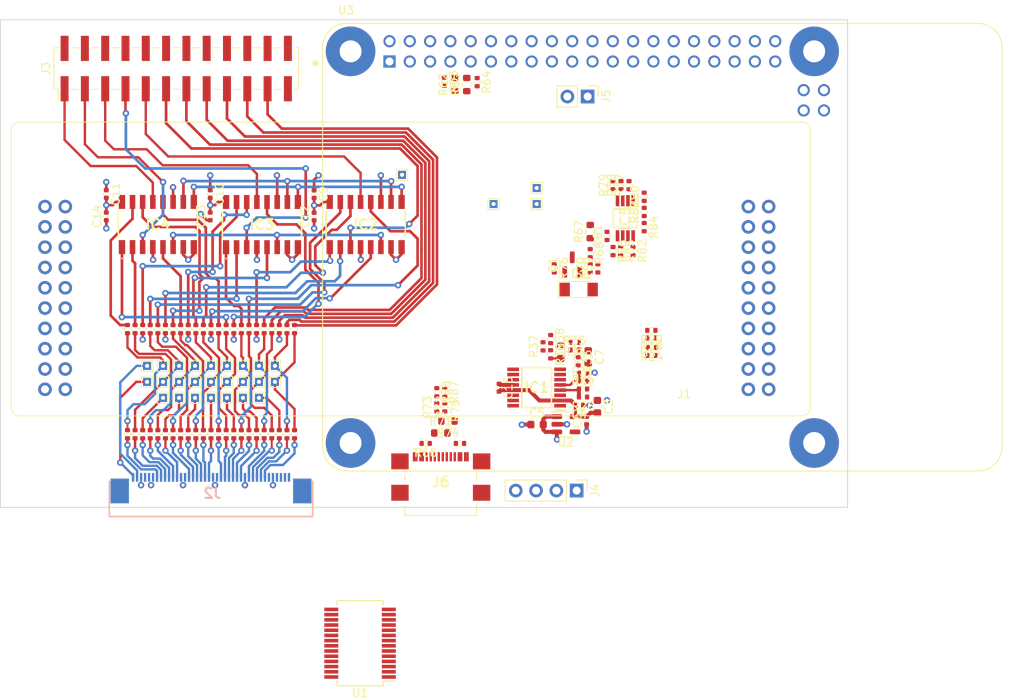
<source format=kicad_pcb>
(kicad_pcb (version 20211014) (generator pcbnew)
  (layers (0 "F.Cu" signal) (1 "In1.Cu" signal) (2 "In2.Cu" signal) (31 "B.Cu" signal) (34 "B.Paste" user) (35 "F.Paste" user) (36 "B.SilkS" user "B.Silkscreen") (37 "F.SilkS" user "F.Silkscreen") (38 "B.Mask" user) (39 "F.Mask" user) (44 "Edge.Cuts" user))
  (net 0 "")
  (net 1 "GND")
  (net 2 "+3V3")
  (net 3 "+5V")
  (net 4 "GPIO28")
  (net 5 "GPIO29")
  (net 6 "GPIO26")
  (net 7 "GPIO27")
  (net 8 "GPIO24")
  (net 9 "GPIO25")
  (net 10 "GPIO22")
  (net 11 "GPIO23")
  (net 12 "GPIO21")
  (net 13 "GPIO19")
  (net 14 "GPIO20")
  (net 15 "QSPI_CSn")
  (net 16 "SDA0_LED")
  (net 17 "SCL0_LED")
  (net 18 "SDA1_KBD")
  (net 19 "SCL1_KBD")
  (net 20 "KBD_INTn")
  (net 21 "KBD_RST")
  (net 22 "LED_SDBn")
  (net 23 "GPIO10")
  (net 24 "GPIO11")
  (net 25 "UART0_TX")
  (net 26 "UART0_RX")
  (net 27 "SWCLK")
  (net 28 "SW0")
  (net 29 "RSTn")
  (net 30 "BACKLIGHT_DRIVE")
  (net 31 "BACKLIGHT_FEEDBACK")
  (net 32 "R2")
  (net 33 "R3")
  (net 34 "R4")
  (net 35 "R5")
  (net 36 "R6")
  (net 38 "R7")
  (net 39 "G2")
  (net 40 "G3")
  (net 41 "G4")
  (net 42 "G5")
  (net 43 "G6")
  (net 44 "G7")
  (net 45 "B2")
  (net 46 "B3")
  (net 47 "B4")
  (net 48 "B5")
  (net 49 "B6")
  (net 50 "B7")
  (net 51 "PCLK")
  (net 52 "DISP")
  (net 53 "HSYNC")
  (net 54 "VSYNC")
  (net 55 "DE")
  (net 56 "PWR_EN")
  (net 57 "USB_D_N")
  (net 58 "USB_POWER_IN")
  (net 59 "USB_D_P")
  (net 66 "LCD_B_5")
  (net 67 "LCD_R_5")
  (net 68 "LCD_BIT_5")
  (net 69 "LCD_G_5")
  (net 70 "LCD_SWITCH_En")
  (net 71 "LCD_SWITCH_S1")
  (net 72 "LCD_SWITCH_S0")
  (net 73 "LCD_B_4")
  (net 74 "LCD_BIT_4")
  (net 75 "LCD_G_4")
  (net 76 "LCD_R_4")
  (net 77 "LCD_B_3")
  (net 78 "LCD_R_3")
  (net 79 "LCD_BIT_3")
  (net 80 "LCD_G_3")
  (net 81 "LCD_B_2")
  (net 82 "LCD_BIT_2")
  (net 83 "LCD_G_2")
  (net 84 "LCD_R_2")
  (net 85 "LCD_B_1")
  (net 86 "LCD_R_1")
  (net 87 "LCD_BIT_1")
  (net 88 "LCD_G_1")
  (net 89 "+3.3VADC")
  (net 90 "/adc/ADC_BL_FB")
  (net 91 "/adc/ADC_BL_DRV")
  (net 92 "/adc/ADC_CSn_3V3")
  (net 93 "/adc/ADC_1V65")
  (net 94 "/adc/ADC_2V5")
  (net 95 "/adc/ADC_DIN_3V3")
  (net 96 "/adc/ADC_DOUT_3V3")
  (net 97 "/adc/ADC_SCLK_3V3")
  (net 98 "3V3_DUT")
  (net 99 "5V_DUT")
  (net 100 "ADC_DIN")
  (net 101 "ADC_CSn")
  (net 102 "ADC_DOUT")
  (net 103 "ADC_SCLK")
  (net 104 "Net-(R33-Pad1)")
  (net 105 "Net-(R36-Pad1)")
  (net 108 "LCD_B_0")
  (net 109 "LCD_BIT_0")
  (net 110 "LCD_G_0")
  (net 111 "LCD_R_0")
  (net 112 "LCD_DE")
  (net 113 "LCD_VSYNC")
  (net 114 "LCD_HSYNC")
  (net 115 "LCD_DISP")
  (net 116 "LCD_PCLK")
  (net 117 "Net-(J2-Pad7)")
  (net 118 "Net-(J2-Pad8)")
  (net 119 "Net-(J2-Pad9)")
  (net 120 "Net-(J2-Pad10)")
  (net 121 "Net-(J2-Pad11)")
  (net 122 "Net-(J2-Pad13)")
  (net 123 "Net-(J2-Pad14)")
  (net 124 "Net-(J2-Pad15)")
  (net 125 "Net-(J2-Pad16)")
  (net 126 "Net-(J2-Pad17)")
  (net 127 "Net-(J2-Pad18)")
  (net 128 "Net-(J2-Pad21)")
  (net 129 "Net-(J2-Pad22)")
  (net 130 "Net-(J2-Pad23)")
  (net 131 "Net-(J2-Pad24)")
  (net 132 "Net-(J2-Pad25)")
  (net 133 "Net-(J2-Pad26)")
  (net 134 "Net-(J2-Pad29)")
  (net 135 "Net-(J2-Pad30)")
  (net 136 "Net-(J2-Pad31)")
  (net 137 "Net-(J2-Pad32)")
  (net 138 "Net-(J2-Pad33)")
  (net 139 "Net-(J2-Pad34)")
  (net 140 "Net-(D1-Pad1)")
  (net 141 "5V_DUT_EN")
  (net 142 "5V_DUT_CURRENT")
  (net 146 "Net-(IC5-Pad1)")
  (net 147 "Net-(IC5-Pad2)")
  (net 148 "Net-(IC5-Pad3)")
  (net 149 "Net-(IC5-Pad5)")
  (net 150 "Net-(IC5-Pad6)")
  (net 151 "Net-(IC5-Pad7)")
  (net 152 "5V_DUT_LO")
  (net 153 "USB_POWER_IN_REC")
  (net 154 "/USB/CC1")
  (net 155 "USB_CONN_D_P")
  (net 156 "USB_CONN_D_N")
  (net 158 "/USB/CC2")
  (net 160 "Net-(Q1-Pad2)")
  (net 161 "5V_DUT_HI")
  (net 162 "Net-(R62-Pad2)")
  (net 163 "Net-(R64-Pad1)")
  (net 190 "Net-(J4-Pad3)")
  (net 191 "Net-(J4-Pad2)")
  (footprint "Resistor_SMD:R_0402_1005Metric" (layer "F.Cu") (at 119.65 57.8 -90)
    (fp_text reference "R64")
    (fp_text value "0R")
  )
  (footprint "Capacitor_SMD:C_0603_1608Metric" (layer "F.Cu") (at 127.145 100.6375)
    (fp_text reference "C5")
    (fp_text value "1uF")
  )
  (footprint "Resistor_SMD:R_0402_1005Metric" (layer "F.Cu") (at 86.35 88.7 -90)
    (fp_text reference "R50" hide)
    (fp_text value "33R")
  )
  (footprint "Capacitor_SMD:C_0603_1608Metric" (layer "F.Cu") (at 130.0925 91.605 -90)
    (fp_text reference "C8")
    (fp_text value "DNM")
  )
  (footprint "Resistor_SMD:R_0402_1005Metric" (layer "F.Cu") (at 86.35 101.85 90)
    (fp_text reference "R12" hide)
    (fp_text value "33R")
  )
  (footprint "Capacitor_SMD:C_0603_1608Metric" (layer "F.Cu") (at 134.6925 98.395 -90)
    (fp_text reference "C3")
    (fp_text value "1uF")
  )
  (footprint "Resistor_SMD:R_0402_1005Metric" (layer "F.Cu") (at 141.445 91.995)
    (fp_text reference "R28")
    (fp_text value "0R")
  )
  (footprint "Resistor_SMD:R_0402_1005Metric" (layer "F.Cu") (at 83.5 101.85 90)
    (fp_text reference "R15" hide)
    (fp_text value "33R")
  )
  (footprint "Capacitor_SMD:C_0402_1005Metric" (layer "F.Cu") (at 132.4425 98.2075 180)
    (fp_text reference "C4")
    (fp_text value "100nF")
  )
  (footprint "Resistor_SMD:R_0402_1005Metric" (layer "F.Cu") (at 88.25 88.7 -90)
    (fp_text reference "R48" hide)
    (fp_text value "33R")
  )
  (footprint "Resistor_SMD:R_0402_1005Metric" (layer "F.Cu") (at 128.8425 89.955 -90)
    (fp_text reference "R38")
    (fp_text value "5k")
  )
  (footprint "Resistor_SMD:R_0402_1005Metric" (layer "F.Cu") (at 94.9 88.7 -90)
    (fp_text reference "R41" hide)
    (fp_text value "33R")
  )
  (footprint "Resistor_SMD:R_0402_1005Metric" (layer "F.Cu") (at 77.8 88.7 -90)
    (fp_text reference "R59" hide)
    (fp_text value "33R")
  )
  (footprint "Resistor_SMD:R_0402_1005Metric" (layer "F.Cu") (at 83.5 88.7 -90)
    (fp_text reference "R53" hide)
    (fp_text value "33R")
  )
  (footprint "Resistor_SMD:R_0402_1005Metric" (layer "F.Cu") (at 87.3 101.85 90)
    (fp_text reference "R11" hide)
    (fp_text value "33R")
  )
  (footprint "Resistor_SMD:R_0402_1005Metric" (layer "F.Cu") (at 138.65 70.7 90)
    (fp_text reference "R77")
    (fp_text value "10k")
  )
  (footprint "Resistor_SMD:R_0402_1005Metric" (layer "F.Cu") (at 95.85 88.7 -90)
    (fp_text reference "R40" hide)
    (fp_text value "33R")
  )
  (footprint "Resistor_SMD:R_0402_1005Metric" (layer "F.Cu") (at 114.6 98.49 90)
    (fp_text reference "R73")
    (fp_text value "0R")
  )
  (footprint "SamacSys_Parts:SOP65P490X110-8N" (layer "F.Cu") (at 138.19 74.83 -90)
    (fp_text reference "IC5")
    (fp_text value "LM358ADGKR" hide)
  )
  (footprint "Resistor_SMD:R_0402_1005Metric" (layer "F.Cu") (at 75.9 101.85 90)
    (fp_text reference "R23" hide)
    (fp_text value "33R")
  )
  (footprint "Resistor_SMD:R_0402_1005Metric" (layer "F.Cu") (at 131.8425 91.305)
    (fp_text reference "R35")
    (fp_text value "5k")
  )
  (footprint "Resistor_SMD:R_0402_1005Metric" (layer "F.Cu") (at 117.5 103)
    (fp_text reference "R75")
    (fp_text value "5.1k")
  )
  (footprint "SamacSys_Parts:74HC4052D653" (layer "F.Cu") (at 79.705 75.61)
    (fp_text reference "IC4")
    (fp_text value "74HC4052D,653" hide)
  )
  (footprint "SamacSys_Parts:SOP65P640X120-16N" (layer "F.Cu") (at 127.0925 96.0075 180)
    (fp_text reference "IC1")
    (fp_text value "ADC088S022CIMTX_NOPB" hide)
  )
  (footprint "Capacitor_SMD:C_0402_1005Metric" (layer "F.Cu") (at 133.345 100.1375 90)
    (fp_text reference "C6")
    (fp_text value "100nF")
  )
  (footprint "Resistor_SMD:R_0402_1005Metric" (layer "F.Cu") (at 132.8925 94.195 180)
    (fp_text reference "R32")
    (fp_text value "50k")
  )
  (footprint "Resistor_SMD:R_0402_1005Metric" (layer "F.Cu") (at 137.6 78.94 -90)
    (fp_text reference "R85")
    (fp_text value "DNM")
  )
  (footprint "Package_TO_SOT_SMD:SOT-23-5" (layer "F.Cu") (at 130.755 100.6075)
    (fp_text reference "U2")
    (fp_text value "TLV70033_SOT23-5")
  )
  (footprint "Resistor_SMD:R_0402_1005Metric" (layer "F.Cu") (at 85.4 88.7 -90)
    (fp_text reference "R51" hide)
    (fp_text value "33R")
  )
  (footprint "Resistor_SMD:R_0402_1005Metric" (layer "F.Cu") (at 91.1 88.7 -90)
    (fp_text reference "R45" hide)
    (fp_text value "33R")
  )
  (footprint "Resistor_SMD:R_0402_1005Metric" (layer "F.Cu") (at 95.85 101.85 90)
    (fp_text reference "R2" hide)
    (fp_text value "33R")
  )
  (footprint "Diode_SMD:D_MiniMELF" (layer "F.Cu") (at 132.35 83.75)
    (fp_text reference "D1")
    (fp_text value "BZV55B2V7")
  )
  (footprint "Resistor_SMD:R_0402_1005Metric" (layer "F.Cu") (at 91.1 101.85 90)
    (fp_text reference "R7" hide)
    (fp_text value "33R")
  )
  (footprint "Resistor_SMD:R_0603_1608Metric" (layer "F.Cu") (at 118.35 58.1 90)
    (fp_text reference "R65")
    (fp_text value "DNM")
  )
  (footprint "Resistor_SMD:R_0402_1005Metric" (layer "F.Cu") (at 76.85 88.7 -90)
    (fp_text reference "R60" hide)
    (fp_text value "33R")
  )
  (footprint "Resistor_SMD:R_0402_1005Metric" (layer "F.Cu") (at 135.9 77.04 90)
    (fp_text reference "R81")
    (fp_text value "DNM")
  )
  (footprint "Capacitor_SMD:C_0402_1005Metric" (layer "F.Cu") (at 73.25 71.795 -90)
    (fp_text reference "C11")
    (fp_text value "10nF")
  )
  (footprint "Resistor_SMD:R_0402_1005Metric" (layer "F.Cu") (at 134.75 81.1 90)
    (fp_text reference "R69")
    (fp_text value "DNM")
  )
  (footprint "Resistor_SMD:R_0402_1005Metric" (layer "F.Cu") (at 127.8925 90.855 90)
    (fp_text reference "R37")
    (fp_text value "50k")
  )
  (footprint "SamacSys_Parts:74HC4052D653" (layer "F.Cu") (at 105.7 75.615)
    (fp_text reference "IC2")
    (fp_text value "74HC4052D,653" hide)
  )
  (footprint "Resistor_SMD:R_0402_1005Metric" (layer "F.Cu") (at 132.8925 95.195)
    (fp_text reference "R31")
    (fp_text value "50k")
  )
  (footprint "Resistor_SMD:R_0402_1005Metric" (layer "F.Cu") (at 93 101.85 90)
    (fp_text reference "R5" hide)
    (fp_text value "33R")
  )
  (footprint "Resistor_SMD:R_0402_1005Metric" (layer "F.Cu") (at 115.6 98.49 90)
    (fp_text reference "R72")
    (fp_text value "0R")
  )
  (footprint "Resistor_SMD:R_0402_1005Metric" (layer "F.Cu") (at 140.55 74.04 90)
    (fp_text reference "R83")
    (fp_text value "0R")
  )
  (footprint "Resistor_SMD:R_0402_1005Metric" (layer "F.Cu") (at 88.25 101.85 90)
    (fp_text reference "R10" hide)
    (fp_text value "33R")
  )
  (footprint "Resistor_SMD:R_0402_1005Metric" (layer "F.Cu") (at 92.05 101.85 90)
    (fp_text reference "R6" hide)
    (fp_text value "33R")
  )
  (footprint "Resistor_SMD:R_0402_1005Metric" (layer "F.Cu") (at 115.6 96.59 -90)
    (fp_text reference "R87")
    (fp_text value "0R")
  )
  (footprint "Resistor_SMD:R_0603_1608Metric" (layer "F.Cu") (at 116 100.2 180)
    (fp_text reference "R74")
    (fp_text value "DNM")
  )
  (footprint "Resistor_SMD:R_0603_1608Metric" (layer "F.Cu") (at 133.8 76.5 90)
    (fp_text reference "R67")
    (fp_text value "1R0 1%")
  )
  (footprint "Resistor_SMD:R_0402_1005Metric" (layer "F.Cu") (at 90.15 101.85 90)
    (fp_text reference "R8" hide)
    (fp_text value "33R")
  )
  (footprint "SamacSys_Parts:74HC4052D653" (layer "F.Cu") (at 92.725 75.62)
    (fp_text reference "IC3")
    (fp_text value "74HC4052D,653" hide)
  )
  (footprint "Resistor_SMD:R_0402_1005Metric" (layer "F.Cu") (at 78.75 101.85 90)
    (fp_text reference "R20" hide)
    (fp_text value "33R")
  )
  (footprint "Resistor_SMD:R_0402_1005Metric" (layer "F.Cu") (at 79.7 101.85 90)
    (fp_text reference "R19" hide)
    (fp_text value "33R")
  )
  (footprint "Resistor_SMD:R_0402_1005Metric" (layer "F.Cu") (at 96.8 101.85 90)
    (fp_text reference "R1" hide)
    (fp_text value "33R")
  )
  (footprint "Resistor_SMD:R_0402_1005Metric" (layer "F.Cu") (at 96.8 88.7 -90)
    (fp_text reference "R39" hide)
    (fp_text value "33R")
  )
  (footprint "Resistor_SMD:R_0402_1005Metric" (layer "F.Cu") (at 79.7 88.7 -90)
    (fp_text reference "R57" hide)
    (fp_text value "33R")
  )
  (footprint "Resistor_SMD:R_0402_1005Metric" (layer "F.Cu") (at 132.8925 96.195)
    (fp_text reference "R25")
    (fp_text value "50k")
  )
  (footprint "Resistor_SMD:R_0402_1005Metric" (layer "F.Cu") (at 80.65 88.7 -90)
    (fp_text reference "R56" hide)
    (fp_text value "33R")
  )
  (footprint "Capacitor_SMD:C_0402_1005Metric" (layer "F.Cu") (at 86.25 74.595 90)
    (fp_text reference "C13")
    (fp_text value "100nF")
  )
  (footprint "Resistor_SMD:R_0402_1005Metric" (layer "F.Cu") (at 81.6 101.85 90)
    (fp_text reference "R17" hide)
    (fp_text value "33R")
  )
  (footprint "Resistor_SMD:R_0402_1005Metric" (layer "F.Cu") (at 133.8 81.1 90)
    (fp_text reference "R70")
    (fp_text value "DNM")
  )
  (footprint "Capacitor_SMD:C_0402_1005Metric" (layer "F.Cu") (at 99.25 74.615 90)
    (fp_text reference "C12")
    (fp_text value "100nF")
  )
  (footprint "Resistor_SMD:R_0402_1005Metric" (layer "F.Cu") (at 89.2 101.85 90)
    (fp_text reference "R9" hide)
    (fp_text value "33R")
  )
  (footprint "Resistor_SMD:R_0402_1005Metric" (layer "F.Cu") (at 132.8925 97.195 180)
    (fp_text reference "R26")
    (fp_text value "50k")
  )
  (footprint "Capacitor_SMD:C_0402_1005Metric" (layer "F.Cu") (at 122.3925 96.03 -90)
    (fp_text reference "C15")
    (fp_text value "100nF")
  )
  (footprint "Resistor_SMD:R_0402_1005Metric" (layer "F.Cu") (at 133.8 79.2 -90)
    (fp_text reference "R68")
    (fp_text value "DNM")
  )
  (footprint "Resistor_SMD:R_0402_1005Metric" (layer "F.Cu") (at 94.9 101.85 90)
    (fp_text reference "R3" hide)
    (fp_text value "33R")
  )
  (footprint "Resistor_SMD:R_0402_1005Metric" (layer "F.Cu") (at 89.2 88.7 -90)
    (fp_text reference "R47" hide)
    (fp_text value "33R")
  )
  (footprint "Resistor_SMD:R_0402_1005Metric" (layer "F.Cu") (at 115.55 57.75 -90)
    (fp_text reference "R63")
    (fp_text value "0R")
  )
  (footprint "Resistor_SMD:R_0402_1005Metric" (layer "F.Cu") (at 128.8425 91.855 -90)
    (fp_text reference "R36")
    (fp_text value "0R")
  )
  (footprint "Resistor_SMD:R_0402_1005Metric" (layer "F.Cu") (at 81.6 88.7 -90)
    (fp_text reference "R55" hide)
    (fp_text value "33R")
  )
  (footprint "Capacitor_SMD:C_0402_1005Metric" (layer "F.Cu") (at 99.25 71.815 -90)
    (fp_text reference "C9")
    (fp_text value "10nF")
  )
  (footprint "Resistor_SMD:R_0402_1005Metric" (layer "F.Cu") (at 84.45 88.7 -90)
    (fp_text reference "R52" hide)
    (fp_text value "33R")
  )
  (footprint "Resistor_SMD:R_0402_1005Metric" (layer "F.Cu") (at 82.55 101.85 90)
    (fp_text reference "R16" hide)
    (fp_text value "33R")
  )
  (footprint "Resistor_SMD:R_0402_1005Metric" (layer "F.Cu") (at 114.6 96.6 -90)
    (fp_text reference "R88")
    (fp_text value "0R")
  )
  (footprint "Resistor_SMD:R_0402_1005Metric" (layer "F.Cu") (at 139.15 78.94 -90)
    (fp_text reference "R82")
    (fp_text value "DNM")
  )
  (footprint "Package_TO_SOT_SMD:SOT-23" (layer "F.Cu") (at 131.55 80.65 90)
    (fp_text reference "Q1")
    (fp_text value "DMG2301L")
  )
  (footprint "Resistor_SMD:R_0402_1005Metric" (layer "F.Cu") (at 93.95 101.85 90)
    (fp_text reference "R4" hide)
    (fp_text value "33R")
  )
  (footprint "SamacSys_Parts:USB4110GFA" (layer "F.Cu") (at 115.1 108.35)
    (fp_text reference "J6")
    (fp_text value "USB4110-GF-A" hide)
  )
  (footprint "Resistor_SMD:R_0402_1005Metric" (layer "F.Cu") (at 90.15 88.7 -90)
    (fp_text reference "R46" hide)
    (fp_text value "33R")
  )
  (footprint "Resistor_SMD:R_0402_1005Metric" (layer "F.Cu") (at 93.95 88.7 -90)
    (fp_text reference "R42" hide)
    (fp_text value "33R")
  )
  (footprint "Resistor_SMD:R_0402_1005Metric" (layer "F.Cu") (at 84.45 101.85 90)
    (fp_text reference "R14" hide)
    (fp_text value "33R")
  )
  (footprint "Resistor_SMD:R_0402_1005Metric" (layer "F.Cu") (at 136.65 78.94 -90)
    (fp_text reference "R86")
    (fp_text value "DNM")
  )
  (footprint "Resistor_SMD:R_0402_1005Metric" (layer "F.Cu") (at 136.65 70.69 90)
    (fp_text reference "R79")
    (fp_text value "10k")
  )
  (footprint "Resistor_SMD:R_0402_1005Metric" (layer "F.Cu") (at 93 88.7 -90)
    (fp_text reference "R43" hide)
    (fp_text value "33R")
  )
  (footprint "Resistor_SMD:R_0402_1005Metric" (layer "F.Cu") (at 129.3 81.1 -90)
    (fp_text reference "R76")
    (fp_text value "1k")
  )
  (footprint "Capacitor_SMD:C_0402_1005Metric" (layer "F.Cu") (at 73.25 74.595 90)
    (fp_text reference "C14")
    (fp_text value "100nF")
  )
  (footprint "Resistor_SMD:R_0402_1005Metric" (layer "F.Cu") (at 75.9 88.7 -90)
    (fp_text reference "R61" hide)
    (fp_text value "33R")
  )
  (footprint "Resistor_SMD:R_0402_1005Metric" (layer "F.Cu") (at 141.445 88.855 180)
    (fp_text reference "R29")
    (fp_text value "0R")
  )
  (footprint "Package_SO:SSOP-28_5.3x10.2mm_P0.65mm" (layer "F.Cu") (at 105 128 180)
    (fp_text reference "U1")
    (fp_text value "MCP23017_SS")
  )
  (footprint "Resistor_SMD:R_0402_1005Metric" (layer "F.Cu") (at 131.8425 90.355 180)
    (fp_text reference "R34")
    (fp_text value "50k")
  )
  (footprint "Resistor_SMD:R_0402_1005Metric" (layer "F.Cu") (at 78.75 88.7 -90)
    (fp_text reference "R58" hide)
    (fp_text value "33R")
  )
  (footprint "Resistor_SMD:R_0402_1005Metric" (layer "F.Cu") (at 82.55 88.7 -90)
    (fp_text reference "R54" hide)
    (fp_text value "33R")
  )
  (footprint "Resistor_SMD:R_0603_1608Metric" (layer "F.Cu") (at 115.1 101.7)
    (fp_text reference "R71")
    (fp_text value "DNM")
  )
  (footprint "Resistor_SMD:R_0402_1005Metric" (layer "F.Cu") (at 77.8 101.85 90)
    (fp_text reference "R21" hide)
    (fp_text value "33R")
  )
  (footprint "Resistor_SMD:R_0402_1005Metric" (layer "F.Cu") (at 140.55 75.94 -90)
    (fp_text reference "R84")
    (fp_text value "DNM")
  )
  (footprint "Connector_PinHeader_2.54mm:PinHeader_1x04_P2.54mm_Vertical" (layer "F.Cu") (at 132.1 108.9 -90)
    (fp_text reference "J4")
    (fp_text value "Conn_01x04_Male")
  )
  (footprint "Connector_PinHeader_2.54mm:PinHeader_2x12_P2.54mm_Vertical_SMD" (layer "F.Cu") (at 82 56.1 90)
    (fp_text reference "J3")
    (fp_text value "Conn_02x12_Odd_Even")
  )
  (footprint "Resistor_SMD:R_0402_1005Metric" (layer "F.Cu") (at 137.65 70.69 90)
    (fp_text reference "R78")
    (fp_text value "10k")
  )
  (footprint "Resistor_SMD:R_0603_1608Metric" (layer "F.Cu") (at 116.85 58.1 90)
    (fp_text reference "R62")
    (fp_text value "DNM")
  )
  (footprint "Resistor_SMD:R_0402_1005Metric" (layer "F.Cu") (at 80.65 101.85 90)
    (fp_text reference "R18" hide)
    (fp_text value "33R")
  )
  (footprint "Capacitor_SMD:C_0402_1005Metric" (layer "F.Cu") (at 86.25 71.795 -90)
    (fp_text reference "C10")
    (fp_text value "10nF")
  )
  (footprint "raspberry pi:MODULE_RASPBERRY_PI_3_MODEL_B_" (layer "F.Cu") (at 142.8125 78.4475)
    (fp_text reference "U3")
    (fp_text value "RASPBERRY_PI_3_MODEL_B_")
  )
  (footprint "Resistor_SMD:R_0402_1005Metric" (layer "F.Cu") (at 141.445 89.805 180)
    (fp_text reference "R27")
    (fp_text value "0R")
  )
  (footprint "Resistor_SMD:R_0402_1005Metric" (layer "F.Cu") (at 141.51 91 180)
    (fp_text reference "R24")
    (fp_text value "0R")
  )
  (footprint "Resistor_SMD:R_0402_1005Metric" (layer "F.Cu") (at 85.4 101.85 90)
    (fp_text reference "R13" hide)
    (fp_text value "33R")
  )
  (footprint "Resistor_SMD:R_0402_1005Metric" (layer "F.Cu") (at 92.05 88.7 -90)
    (fp_text reference "R44" hide)
    (fp_text value "33R")
  )
  (footprint "Connector_PinHeader_2.54mm:PinHeader_1x02_P2.54mm_Vertical" (layer "F.Cu") (at 133.475 59.6 -90)
    (fp_text reference "J5")
    (fp_text value "Conn_01x02_Male")
  )
  (footprint "Capacitor_SMD:C_0603_1608Metric" (layer "F.Cu") (at 133.5425 92.18 -90)
    (fp_text reference "C7")
    (fp_text value "DNM")
  )
  (footprint "Resistor_SMD:R_0402_1005Metric" (layer "F.Cu") (at 132.2925 92.73 -90)
    (fp_text reference "R33")
    (fp_text value "0R")
  )
  (footprint "Resistor_SMD:R_0402_1005Metric" (layer "F.Cu") (at 113.21 103 180)
    (fp_text reference "R66")
    (fp_text value "5.1k")
  )
  (footprint "Resistor_SMD:R_0402_1005Metric" (layer "F.Cu") (at 140.55 72.14 90)
    (fp_text reference "R80")
    (fp_text value "10k")
  )
  (footprint "Resistor_SMD:R_0402_1005Metric" (layer "F.Cu") (at 87.3 88.7 -90)
    (fp_text reference "R49" hide)
    (fp_text value "33R")
  )
  (footprint "Resistor_SMD:R_0402_1005Metric" (layer "F.Cu") (at 76.85 101.85 90)
    (fp_text reference "R22" hide)
    (fp_text value "33R")
  )
  (footprint "oskar_design:tester_footprint" (layer "F.Cu") (at 60.95 99.65)
    (fp_text reference "J1")
    (fp_text value "comscicalc_tester")
  )
  (footprint "SamacSys_Parts:4-1734839-0" (layer "B.Cu") (at 86.35 112.14856 180)
    (fp_text reference "J2")
    (fp_text value "4-1734839-0" hide)
  )
  (gr_line (start 60 50) (end 60 111) (layer "Edge.Cuts") (width 0.1))
  (gr_line (start 60 111) (end 166 111) (layer "Edge.Cuts") (width 0.1))
  (gr_line (start 166 50) (end 60 50) (layer "Edge.Cuts") (width 0.1))
  (gr_line (start 166 111) (end 166 50) (layer "Edge.Cuts") (width 0.1))
  (segment (start 86.25 75.075) (end 85.825 75.075) (width 0.3343) (layer "F.Cu") (net 1))
  (segment (start 133.7125 98.215) (end 133.7425 98.245) (width 0.3) (layer "F.Cu") (net 1))
  (segment (start 108.88 79.4) (end 109.5 80.02) (width 0.3343) (layer "F.Cu") (net 1))
  (segment (start 85.825 75.075) (end 85.05 74.3) (width 0.3343) (layer "F.Cu") (net 1))
  (segment (start 79.07 79.99) (end 79.1 80.02) (width 0.3343) (layer "F.Cu") (net 1))
  (segment (start 79.07 78.435) (end 79.07 79.99) (width 0.3343) (layer "F.Cu") (net 1))
  (segment (start 94.63 69.4967) (end 94.6 69.4667) (width 0.3343) (layer "F.Cu") (net 1))
  (segment (start 99.25 71.335) (end 99.25 70.0167) (width 0.3343) (layer "F.Cu") (net 1))
  (segment (start 124.1545 95.6825) (end 122.525 95.6825) (width 0.5) (layer "F.Cu") (net 1))
  (segment (start 94.63 72.795) (end 94.63 69.4967) (width 0.3343) (layer "F.Cu") (net 1))
  (segment (start 110.2 79.32) (end 109.5 80.02) (width 0.3343) (layer "F.Cu") (net 1))
  (segment (start 86.25 71.315) (end 86.25 69.4667) (width 0.3343) (layer "F.Cu") (net 1))
  (segment (start 99.25 70.0167) (end 99.8 69.4667) (width 0.3343) (layer "F.Cu") (net 1))
  (segment (start 105.07 78.435) (end 105.07 79.99) (width 0.3343) (layer "F.Cu") (net 1))
  (segment (start 107.605 72.79) (end 107.605 69.4717) (width 0.3343) (layer "F.Cu") (net 1))
  (segment (start 84.2 79.32) (end 83.5 80.02) (width 0.3343) (layer "F.Cu") (net 1))
  (segment (start 81.61 72.785) (end 81.61 70.96) (width 0.3343) (layer "F.Cu") (net 1))
  (segment (start 81.61 70.96) (end 81.6 70.95) (width 0.3343) (layer "F.Cu") (net 1))
  (segment (start 108.88 78.435) (end 108.88 79.4) (width 0.3343) (layer "F.Cu") (net 1))
  (segment (start 73.25 75.075) (end 73.25 76.1) (width 0.3343) (layer "F.Cu") (net 1))
  (segment (start 82.88 79.4) (end 83.5 80.02) (width 0.3343) (layer "F.Cu") (net 1))
  (segment (start 107.605 69.4717) (end 107.6 69.4667) (width 0.3343) (layer "F.Cu") (net 1))
  (segment (start 122.525 95.6825) (end 122.3925 95.55) (width 0.5) (layer "F.Cu") (net 1))
  (segment (start 82.88 78.435) (end 82.88 79.4) (width 0.3343) (layer "F.Cu") (net 1))
  (segment (start 133.345 100.6175) (end 133.345 101.505) (width 0.5) (layer "F.Cu") (net 1))
  (segment (start 99.25 75.095) (end 99.25 76.1) (width 0.3343) (layer "F.Cu") (net 1))
  (segment (start 95.88 78.435) (end 95.88 79.4) (width 0.3343) (layer "F.Cu") (net 1))
  (segment (start 133.345 101.505) (end 133.3425 101.5075) (width 0.5) (layer "F.Cu") (net 1))
  (segment (start 95.88 79.4) (end 96.5 80.02) (width 0.3343) (layer "F.Cu") (net 1))
  (segment (start 97.2 79.32) (end 96.5 80.02) (width 0.3343) (layer "F.Cu") (net 1))
  (segment (start 84.2 78.435) (end 84.2 79.32) (width 0.3343) (layer "F.Cu") (net 1))
  (segment (start 73.25 71.315) (end 73.25 70.3) (width 0.3343) (layer "F.Cu") (net 1))
  (segment (start 97.2 78.435) (end 97.2 79.32) (width 0.3343) (layer "F.Cu") (net 1))
  (segment (start 132.7925 98.215) (end 133.7125 98.215) (width 0.3) (layer "F.Cu") (net 1))
  (segment (start 126.37 100.6375) (end 125.2625 100.6375) (width 0.5) (layer "F.Cu") (net 1))
  (segment (start 110.2 78.435) (end 110.2 79.32) (width 0.3343) (layer "F.Cu") (net 1))
  (segment (start 129.6175 100.6075) (end 130.8925 100.6075) (width 0.5) (layer "F.Cu") (net 1))
  (segment (start 92.07 78.435) (end 92.07 79.99) (width 0.3343) (layer "F.Cu") (net 1))
  (segment (start 125.2625 100.6375) (end 125.2425 100.6575) (width 0.5) (layer "F.Cu") (net 1))
  (via (at 79.1 80.02) (size 0.8) (drill 0.4) (layers "F.Cu" "B.Cu") (net 1))
  (via (at 86.25 69.4667) (size 0.8) (drill 0.4) (layers "F.Cu" "B.Cu") (net 1))
  (via (at 94.6 69.4667) (size 0.8) (drill 0.4) (layers "F.Cu" "B.Cu") (net 1))
  (via (at 73.25 70.3) (size 0.8) (drill 0.4) (layers "F.Cu" "B.Cu") (net 1))
  (via (at 92.1 80.02) (size 0.8) (drill 0.4) (layers "F.Cu" "B.Cu") (net 1))
  (via (at 133.7425 98.245) (size 0.8) (drill 0.4) (layers "F.Cu" "B.Cu") (net 1))
  (via (at 133.3425 101.5075) (size 0.8) (drill 0.4) (layers "F.Cu" "B.Cu") (net 1))
  (via (at 77.6 108.223847) (size 0.8) (drill 0.4) (layers "F.Cu" "B.Cu") (net 1))
  (via (at 105.1 80.02) (size 0.8) (drill 0.4) (layers "F.Cu" "B.Cu") (net 1))
  (via (at 130.8925 100.6075) (size 0.8) (drill 0.4) (layers "F.Cu" "B.Cu") (net 1))
  (via (at 109.5 80.02) (size 0.8) (drill 0.4) (layers "F.Cu" "B.Cu") (net 1))
  (via (at 85.05 74.3) (size 0.8) (drill 0.4) (layers "F.Cu" "B.Cu") (net 1))
  (via (at 83.5 80.02) (size 0.8) (drill 0.4) (layers "F.Cu" "B.Cu") (net 1))
  (via (at 135.8925 97.6075) (size 0.8) (drill 0.4) (layers "F.Cu" "B.Cu") (net 1))
  (via (at 81.6 70.95) (size 0.8) (drill 0.4) (layers "F.Cu" "B.Cu") (net 1))
  (via (at 134.3425 94.1575) (size 0.8) (drill 0.4) (layers "F.Cu" "B.Cu") (net 1))
  (via (at 73.25 76.1) (size 0.8) (drill 0.4) (layers "F.Cu" "B.Cu") (net 1))
  (via (at 99.8 69.4667) (size 0.8) (drill 0.4) (layers "F.Cu" "B.Cu") (net 1))
  (via (at 99.25 76.1) (size 0.8) (drill 0.4) (layers "F.Cu" "B.Cu") (net 1))
  (via (at 94.10203 108.223847) (size 0.8) (drill 0.4) (layers "F.Cu" "B.Cu") (net 1))
  (via (at 90.6 108.223847) (size 0.8) (drill 0.4) (layers "F.Cu" "B.Cu") (net 1))
  (via (at 96.5 80.02) (size 0.8) (drill 0.4) (layers "F.Cu" "B.Cu") (net 1))
  (via (at 78.85 108.223847) (size 0.8) (drill 0.4) (layers "F.Cu" "B.Cu") (net 1))
  (via (at 82.85 108.223847) (size 0.8) (drill 0.4) (layers "F.Cu" "B.Cu") (net 1))
  (via (at 86.85 108.223847) (size 0.8) (drill 0.4) (layers "F.Cu" "B.Cu") (net 1))
  (via (at 125.2425 100.6575) (size 0.8) (drill 0.4) (layers "F.Cu" "B.Cu") (net 1))
  (via (at 107.6 69.4667) (size 0.8) (drill 0.4) (layers "F.Cu" "B.Cu") (net 1))
  (segment (start 73.25 73.195) (end 74.025 73.195) (width 0.3343) (layer "F.Cu") (net 3))
  (segment (start 73.25 74.115) (end 73.25 73.195) (width 0.3343) (layer "F.Cu") (net 3))
  (segment (start 73.25 72.275) (end 73.25 73.195) (width 0.3343) (layer "F.Cu") (net 3))
  (segment (start 100.005 73.215) (end 100.43 72.79) (width 0.3343) (layer "F.Cu") (net 3))
  (segment (start 86.25 72.275) (end 86.25 73.195) (width 0.3343) (layer "F.Cu") (net 3))
  (segment (start 129.6175 99.6575) (end 128.2425 99.6575) (width 0.5) (layer "F.Cu") (net 3))
  (segment (start 99.25 74.135) (end 99.25 73.215) (width 0.3343) (layer "F.Cu") (net 3))
  (segment (start 128.1925 101.5575) (end 129.6175 101.5575) (width 0.5) (layer "F.Cu") (net 3))
  (segment (start 99.25 73.215) (end 100.005 73.215) (width 0.3343) (layer "F.Cu") (net 3))
  (segment (start 128.2425 99.6575) (end 127.92 99.98) (width 0.5) (layer "F.Cu") (net 3))
  (segment (start 74.435 72.785) (end 75.21 72.785) (width 0.3343) (layer "F.Cu") (net 3))
  (segment (start 129.6175 101.5575) (end 129.6175 102.4825) (width 0.5) (layer "F.Cu") (net 3))
  (segment (start 129.6175 102.4825) (end 129.6425 102.5075) (width 0.5) (layer "F.Cu") (net 3))
  (segment (start 86.825 73.195) (end 87.225 72.795) (width 0.3343) (layer "F.Cu") (net 3))
  (segment (start 127.92 101.285) (end 128.1925 101.5575) (width 0.5) (layer "F.Cu") (net 3))
  (segment (start 87.225 72.795) (end 88.23 72.795) (width 0.3343) (layer "F.Cu") (net 3))
  (segment (start 127.92 100.6375) (end 127.92 101.285) (width 0.5) (layer "F.Cu") (net 3))
  (segment (start 99.25 72.295) (end 99.25 73.215) (width 0.3343) (layer "F.Cu") (net 3))
  (segment (start 74.025 73.195) (end 74.435 72.785) (width 0.3343) (layer "F.Cu") (net 3))
  (segment (start 127.92 99.98) (end 127.92 100.6375) (width 0.5) (layer "F.Cu") (net 3))
  (segment (start 86.25 73.195) (end 86.825 73.195) (width 0.3343) (layer "F.Cu") (net 3))
  (segment (start 100.43 72.79) (end 101.205 72.79) (width 0.3343) (layer "F.Cu") (net 3))
  (segment (start 86.25 74.115) (end 86.25 73.195) (width 0.3343) (layer "F.Cu") (net 3))
  (via (at 99.25 73.215) (size 0.8) (drill 0.4) (layers "F.Cu" "B.Cu") (net 3))
  (via (at 86.25 73.195) (size 0.8) (drill 0.4) (layers "F.Cu" "B.Cu") (net 3))
  (via (at 129.6425 102.5075) (size 0.8) (drill 0.4) (layers "F.Cu" "B.Cu") (net 3))
  (via (at 73.25 73.195) (size 0.8) (drill 0.4) (layers "F.Cu" "B.Cu") (net 3))
  (segment (start 75 104.285718) (end 75 95.35) (width 0.3) (layer "B.Cu") (net 30))
  (segment (start 77.1 107.24856) (end 77.1 106.385718) (width 0.3) (layer "B.Cu") (net 30))
  (segment (start 77.1 106.385718) (end 75 104.285718) (width 0.3) (layer "B.Cu") (net 30))
  (segment (start 75 95.35) (end 77.05 93.3) (width 0.3) (layer "B.Cu") (net 30))
  (segment (start 77.05 93.3) (end 78.35 93.3) (width 0.3) (layer "B.Cu") (net 30))
  (segment (start 75 105.4) (end 75 97.3) (width 0.3) (layer "F.Cu") (net 31))
  (segment (start 77 95.3) (end 78.35 95.3) (width 0.3) (layer "F.Cu") (net 31))
  (segment (start 75 97.3) (end 77 95.3) (width 0.3) (layer "F.Cu") (net 31))
  (via (at 75 105.4) (size 0.8) (drill 0.4) (layers "F.Cu" "B.Cu") (net 31))
  (segment (start 76.6 107.24856) (end 76.6 107) (width 0.3) (layer "B.Cu") (net 31))
  (segment (start 76.6 107) (end 75 105.4) (width 0.3) (layer "B.Cu") (net 31))
  (segment (start 80.35 93.3) (end 80.35 92.6) (width 0.3) (layer "F.Cu") (net 32))
  (segment (start 75.9 91) (end 75.9 89.21) (width 0.3) (layer "F.Cu") (net 32))
  (segment (start 80 92.25) (end 77.15 92.25) (width 0.3) (layer "F.Cu") (net 32))
  (segment (start 80.35 92.6) (end 80 92.25) (width 0.3) (layer "F.Cu") (net 32))
  (segment (start 77.15 92.25) (end 75.9 91) (width 0.3) (layer "F.Cu") (net 32))
  (segment (start 75.9 101.34) (end 75.9 100.2) (width 0.25) (layer "F.Cu") (net 32))
  (via (at 75.9 100.2) (size 0.8) (drill 0.4) (layers "F.Cu" "B.Cu") (net 32))
  (segment (start 79.35 94.3) (end 79.35 96.8) (width 0.3) (layer "B.Cu") (net 32))
  (segment (start 79.35 96.8) (end 78.05 98.1) (width 0.3) (layer "B.Cu") (net 32))
  (segment (start 80.35 93.3) (end 79.35 94.3) (width 0.3) (layer "B.Cu") (net 32))
  (segment (start 78.05 98.1) (end 76.65 98.1) (width 0.3) (layer "B.Cu") (net 32))
  (segment (start 75.9 98.85) (end 75.9 100.2) (width 0.3) (layer "B.Cu") (net 32))
  (segment (start 76.65 98.1) (end 75.9 98.85) (width 0.3) (layer "B.Cu") (net 32))
  (segment (start 76.85 89.21) (end 76.85 91.314282) (width 0.3) (layer "F.Cu") (net 33))
  (segment (start 76.85 91.314282) (end 77.336198 91.80048) (width 0.3) (layer "F.Cu") (net 33))
  (segment (start 76.85 101.34) (end 76.85 98.8) (width 0.3) (layer "F.Cu") (net 33))
  (segment (start 76.85 98.8) (end 80.35 95.3) (width 0.3) (layer "F.Cu") (net 33))
  (segment (start 81.35 92.5) (end 81.35 94.3) (width 0.3) (layer "F.Cu") (net 33))
  (segment (start 77.336198 91.80048) (end 80.65048 91.80048) (width 0.3) (layer "F.Cu") (net 33))
  (segment (start 81.35 94.3) (end 80.35 95.3) (width 0.3) (layer "F.Cu") (net 33))
  (segment (start 80.65048 91.80048) (end 81.35 92.5) (width 0.3) (layer "F.Cu") (net 33))
  (segment (start 77.8 101.34) (end 77.8 99.85) (width 0.3) (layer "F.Cu") (net 34))
  (segment (start 77.8 89.21) (end 77.8 90) (width 0.3) (layer "F.Cu") (net 34))
  (segment (start 77.8 99.85) (end 80.35 97.3) (width 0.3) (layer "F.Cu") (net 34))
  (via (at 77.8 90) (size 0.8) (drill 0.4) (layers "F.Cu" "B.Cu") (net 34))
  (segment (start 82.35 92.75) (end 82.35 93.3) (width 0.3) (layer "F.Cu") (net 35))
  (segment (start 78.75 101.34) (end 78.75 100.2) (width 0.3) (layer "F.Cu") (net 35))
  (segment (start 78.75 90.8) (end 79.30096 91.35096) (width 0.3) (layer "F.Cu") (net 35))
  (segment (start 79.30096 91.35096) (end 80.00096 91.35096) (width 0.3) (layer "F.Cu") (net 35))
  (segment (start 80.95096 91.35096) (end 82.35 92.75) (width 0.3) (layer "F.Cu") (net 35))
  (segment (start 79.60096 91.35096) (end 80.95096 91.35096) (width 0.3) (layer "F.Cu") (net 35))
  (segment (start 78.75 89.21) (end 78.75 90.8) (width 0.3) (layer "F.Cu") (net 35))
  (via (at 78.75 100.2) (size 0.8) (drill 0.4) (layers "F.Cu" "B.Cu") (net 35))
  (segment (start 78.75 99.55) (end 78.75 100.2) (width 0.3) (layer "B.Cu") (net 35))
  (segment (start 81.35 97.899022) (end 80.399022 98.85) (width 0.3) (layer "B.Cu") (net 35))
  (segment (start 82.35 93.3) (end 81.35 94.3) (width 0.3) (layer "B.Cu") (net 35))
  (segment (start 80.399022 98.85) (end 79.45 98.85) (width 0.3) (layer "B.Cu") (net 35))
  (segment (start 79.45 98.85) (end 78.75 99.55) (width 0.3) (layer "B.Cu") (net 35))
  (segment (start 81.35 94.3) (end 81.35 97.899022) (width 0.3) (layer "B.Cu") (net 35))
  (segment (start 80.325 98.825) (end 80.975 98.825) (width 0.3) (layer "F.Cu") (net 36))
  (segment (start 81.95144 90.90144) (end 83.35 92.3) (width 0.3) (layer "F.Cu") (net 36))
  (segment (start 80.975 98.825) (end 81.35 98.45) (width 0.3) (layer "F.Cu") (net 36))
  (segment (start 79.7 99.45) (end 80.325 98.825) (width 0.3) (layer "F.Cu") (net 36))
  (segment (start 79.7 90.35) (end 80.25144 90.90144) (width 0.3) (layer "F.Cu") (net 36))
  (segment (start 83.35 92.3) (end 83.35 94.3) (width 0.3) (layer "F.Cu") (net 36))
  (segment (start 79.7 89.21) (end 79.7 90.35) (width 0.3) (layer "F.Cu") (net 36))
  (segment (start 80.25144 90.90144) (end 81.95144 90.90144) (width 0.3) (layer "F.Cu") (net 36))
  (segment (start 79.7 101.34) (end 79.7 99.45) (width 0.3) (layer "F.Cu") (net 36))
  (segment (start 83.35 94.3) (end 82.35 95.3) (width 0.3) (layer "F.Cu") (net 36))
  (segment (start 81.35 98.45) (end 81.35 96.3) (width 0.3) (layer "F.Cu") (net 36))
  (segment (start 81.35 96.3) (end 82.35 95.3) (width 0.3) (layer "F.Cu") (net 36))
  (segment (start 82.35 98.85) (end 82.35 97.3) (width 0.3) (layer "F.Cu") (net 38))
  (segment (start 80.65 89.21) (end 80.65 90) (width 0.3) (layer "F.Cu") (net 38))
  (segment (start 81.7 99.5) (end 82.35 98.85) (width 0.3) (layer "F.Cu") (net 38))
  (segment (start 80.65 101.34) (end 80.65 99.95) (width 0.3) (layer "F.Cu") (net 38))
  (segment (start 81.1 99.5) (end 81.7 99.5) (width 0.3) (layer "F.Cu") (net 38))
  (segment (start 80.65 99.95) (end 81.1 99.5) (width 0.3) (layer "F.Cu") (net 38))
  (via (at 80.65 90) (size 0.8) (drill 0.4) (layers "F.Cu" "B.Cu") (net 38))
  (segment (start 81.6 89.21) (end 81.6 89.9) (width 0.3) (layer "F.Cu") (net 39))
  (segment (start 81.6 89.9) (end 84.35 92.65) (width 0.3) (layer "F.Cu") (net 39))
  (segment (start 84.35 92.65) (end 84.35 93.3) (width 0.3) (layer "F.Cu") (net 39))
  (segment (start 81.6 101.34) (end 81.6 100.2) (width 0.3) (layer "F.Cu") (net 39))
  (via (at 81.6 100.2) (size 0.8) (drill 0.4) (layers "F.Cu" "B.Cu") (net 39))
  (segment (start 84.35 93.3) (end 83.35 94.3) (width 0.3) (layer "B.Cu") (net 39))
  (segment (start 83.35 94.3) (end 83.35 97.899022) (width 0.3) (layer "B.Cu") (net 39))
  (segment (start 81.6 99.649022) (end 81.6 100.2) (width 0.3) (layer "B.Cu") (net 39))
  (segment (start 83.35 97.899022) (end 81.6 99.649022) (width 0.3) (layer "B.Cu") (net 39))
  (segment (start 83.149511 90.699511) (end 82.55 90.1) (width 0.3) (layer "F.Cu") (net 40))
  (segment (start 83.35 96.3) (end 84.35 95.3) (width 0.3) (layer "F.Cu") (net 40))
  (segment (start 84.35 95.3) (end 85.35 94.3) (width 0.3) (layer "F.Cu") (net 40))
  (segment (start 83.35 98.8) (end 83.35 96.3) (width 0.3) (layer "F.Cu") (net 40))
  (segment (start 82.55 99.6) (end 83.35 98.8) (width 0.3) (layer "F.Cu") (net 40))
  (segment (start 83.349511 90.699511) (end 83.149511 90.699511) (width 0.3) (layer "F.Cu") (net 40))
  (segment (start 85.35 94.3) (end 85.35 92.7) (width 0.3) (layer "F.Cu") (net 40))
  (segment (start 82.55 101.34) (end 82.55 99.6) (width 0.3) (layer "F.Cu") (net 40))
  (segment (start 85.35 92.7) (end 83.349511 90.699511) (width 0.3) (layer "F.Cu") (net 40))
  (segment (start 82.55 90.1) (end 82.55 89.21) (width 0.3) (layer "F.Cu") (net 40))
  (segment (start 84.35 98.7) (end 84.35 97.3) (width 0.3) (layer "F.Cu") (net 41))
  (segment (start 83.5 101.34) (end 83.5 99.55) (width 0.3) (layer "F.Cu") (net 41))
  (segment (start 83.5 89.21) (end 83.5 90) (width 0.3) (layer "F.Cu") (net 41))
  (segment (start 83.5 99.55) (end 84.35 98.7) (width 0.3) (layer "F.Cu") (net 41))
  (via (at 83.5 90) (size 0.8) (drill 0.4) (layers "F.Cu" "B.Cu") (net 41))
  (segment (start 84.45 90.35) (end 86.35 92.25) (width 0.3) (layer "F.Cu") (net 42))
  (segment (start 84.45 101.34) (end 84.45 100.2) (width 0.3) (layer "F.Cu") (net 42))
  (segment (start 86.35 92.25) (end 86.35 93.3) (width 0.3) (layer "F.Cu") (net 42))
  (segment (start 84.45 89.21) (end 84.45 90.35) (width 0.3) (layer "F.Cu") (net 42))
  (via (at 84.45 100.2) (size 0.8) (drill 0.4) (layers "F.Cu" "B.Cu") (net 42))
  (segment (start 85.35 94.3) (end 85.35 98.65) (width 0.3) (layer "B.Cu") (net 42))
  (segment (start 84.45 99.55) (end 84.45 100.2) (width 0.3) (layer "B.Cu") (net 42))
  (segment (start 86.35 93.3) (end 85.35 94.3) (width 0.3) (layer "B.Cu") (net 42))
  (segment (start 85.35 98.65) (end 84.45 99.55) (width 0.3) (layer "B.Cu") (net 42))
  (segment (start 85.4 89.21) (end 85.4 90.35) (width 0.3) (layer "F.Cu") (net 43))
  (segment (start 85.4 90.35) (end 87.35 92.3) (width 0.3) (layer "F.Cu") (net 43))
  (segment (start 86.35 95.3) (end 87.35 94.3) (width 0.3) (layer "F.Cu") (net 43))
  (segment (start 85.35 101.29) (end 85.35 96.700978) (width 0.3) (layer "F.Cu") (net 43))
  (segment (start 86.35 95.700978) (end 86.35 95.3) (width 0.3) (layer "F.Cu") (net 43))
  (segment (start 87.35 94.3) (end 87.35 92.3) (width 0.3) (layer "F.Cu") (net 43))
  (segment (start 85.4 101.34) (end 85.35 101.29) (width 0.3) (layer "F.Cu") (net 43))
  (segment (start 85.35 96.700978) (end 86.35 95.700978) (width 0.3) (layer "F.Cu") (net 43))
  (segment (start 86.35 89.21) (end 86.35 90) (width 0.3) (layer "F.Cu") (net 44))
  (segment (start 86.35 101.34) (end 86.35 97.3) (width 0.3) (layer "F.Cu") (net 44))
  (via (at 86.35 90) (size 0.8) (drill 0.4) (layers "F.Cu" "B.Cu") (net 44))
  (segment (start 87.3 101.34) (end 87.3 100.2) (width 0.3) (layer "F.Cu") (net 45))
  (segment (start 87.3 91.15) (end 88.35 92.2) (width 0.3) (layer "F.Cu") (net 45))
  (segment (start 87.3 89.21) (end 87.3 91.15) (width 0.3) (layer "F.Cu") (net 45))
  (segment (start 88.35 92.2) (end 88.35 93.3) (width 0.3) (layer "F.Cu") (net 45))
  (via (at 87.3 100.2) (size 0.8) (drill 0.4) (layers "F.Cu" "B.Cu") (net 45))
  (segment (start 87.3 94.35) (end 87.3 100.2) (width 0.3) (layer "B.Cu") (net 45))
  (segment (start 88.35 93.3) (end 87.3 94.35) (width 0.3) (layer "B.Cu") (net 45))
  (segment (start 87.35 98.6) (end 87.35 96.3) (width 0.3) (layer "F.Cu") (net 46))
  (segment (start 88.25 99.5) (end 87.35 98.6) (width 0.3) (layer "F.Cu") (net 46))
  (segment (start 88.25 91.2) (end 89.35 92.3) (width 0.3) (layer "F.Cu") (net 46))
  (segment (start 87.35 96.3) (end 88.35 95.3) (width 0.3) (layer "F.Cu") (net 46))
  (segment (start 88.25 89.21) (end 88.25 91.2) (width 0.3) (layer "F.Cu") (net 46))
  (segment (start 88.35 95.3) (end 89.35 94.3) (width 0.3) (layer "F.Cu") (net 46))
  (segment (start 89.35 94.3) (end 89.35 92.3) (width 0.3) (layer "F.Cu") (net 46))
  (segment (start 88.25 101.34) (end 88.25 99.5) (width 0.3) (layer "F.Cu") (net 46))
  (segment (start 88.35 98.7) (end 88.35 97.3) (width 0.3) (layer "F.Cu") (net 47))
  (segment (start 89.2 101.34) (end 89.2 99.55) (width 0.3) (layer "F.Cu") (net 47))
  (segment (start 89.2 89.21) (end 89.2 90) (width 0.3) (layer "F.Cu") (net 47))
  (segment (start 89.2 99.55) (end 88.35 98.7) (width 0.3) (layer "F.Cu") (net 47))
  (via (at 89.2 90) (size 0.8) (drill 0.4) (layers "F.Cu" "B.Cu") (net 47))
  (segment (start 90.35 92.3) (end 90.35 93.3) (width 0.3) (layer "F.Cu") (net 48))
  (segment (start 90.15 101.34) (end 90.15 100.2) (width 0.3) (layer "F.Cu") (net 48))
  (segment (start 90.15 92.1) (end 90.35 92.3) (width 0.3) (layer "F.Cu") (net 48))
  (segment (start 90.15 89.21) (end 90.15 92.1) (width 0.3) (layer "F.Cu") (net 48))
  (via (at 90.15 100.2) (size 0.8) (drill 0.4) (layers "F.Cu" "B.Cu") (net 48))
  (segment (start 91.35 94.3) (end 91.35 98.4) (width 0.3) (layer "B.Cu") (net 48))
  (segment (start 90.35 93.3) (end 91.35 94.3) (width 0.3) (layer "B.Cu") (net 48))
  (segment (start 90.15 99.6) (end 90.15 100.2) (width 0.3) (layer "B.Cu") (net 48))
  (segment (start 91.35 98.4) (end 90.15 99.6) (width 0.3) (layer "B.Cu") (net 48))
  (segment (start 91.1 99.9) (end 90.700489 99.500489) (width 0.3) (layer "F.Cu") (net 49))
  (segment (start 89.35 98.950489) (end 89.35 96.3) (width 0.3) (layer "F.Cu") (net 49))
  (segment (start 90.700489 99.500489) (end 89.9 99.500489) (width 0.3) (layer "F.Cu") (net 49))
  (segment (start 91.35 94.3) (end 91.35 92.35) (width 0.3) (layer "F.Cu") (net 49))
  (segment (start 89.35 96.3) (end 90.35 95.3) (width 0.3) (layer "F.Cu") (net 49))
  (segment (start 91.1 92.1) (end 91.35 92.35) (width 0.3) (layer "F.Cu") (net 49))
  (segment (start 91.1 89.21) (end 91.1 92.1) (width 0.3) (layer "F.Cu") (net 49))
  (segment (start 89.9 99.500489) (end 89.35 98.950489) (width 0.3) (layer "F.Cu") (net 49))
  (segment (start 90.35 95.3) (end 91.35 94.3) (width 0.3) (layer "F.Cu") (net 49))
  (segment (start 91.1 101.34) (end 91.1 99.9) (width 0.3) (layer "F.Cu") (net 49))
  (segment (start 92.05 101.34) (end 92.05 99.8) (width 0.3) (layer "F.Cu") (net 50))
  (segment (start 92.05 89.21) (end 92.05 90) (width 0.3) (layer "F.Cu") (net 50))
  (segment (start 90.35 98.65) (end 90.35 97.3) (width 0.3) (layer "F.Cu") (net 50))
  (segment (start 90.7 99) (end 90.35 98.65) (width 0.3) (layer "F.Cu") (net 50))
  (segment (start 92.05 99.8) (end 91.25 99) (width 0.3) (layer "F.Cu") (net 50))
  (segment (start 91.25 99) (end 90.7 99) (width 0.3) (layer "F.Cu") (net 50))
  (via (at 92.05 90) (size 0.8) (drill 0.4) (layers "F.Cu" "B.Cu") (net 50))
  (segment (start 93 101.34) (end 93 100.2) (width 0.3) (layer "F.Cu") (net 51))
  (segment (start 93 89.21) (end 93 91.2) (width 0.3) (layer "F.Cu") (net 51))
  (segment (start 93 91.2) (end 92.35 91.85) (width 0.3) (layer "F.Cu") (net 51))
  (segment (start 92.35 91.85) (end 92.35 93.3) (width 0.3) (layer "F.Cu") (net 51))
  (via (at 93 100.2) (size 0.8) (drill 0.4) (layers "F.Cu" "B.Cu") (net 51))
  (segment (start 92.35 93.3) (end 93.35 94.3) (width 0.3) (layer "B.Cu") (net 51))
  (segment (start 93.35 99.2) (end 93 99.55) (width 0.3) (layer "B.Cu") (net 51))
  (segment (start 93 99.55) (end 93 100.2) (width 0.3) (layer "B.Cu") (net 51))
  (segment (start 93.35 94.3) (end 93.35 99.2) (width 0.3) (layer "B.Cu") (net 51))
  (segment (start 93.95 101.34) (end 93.95 99.5) (width 0.3) (layer "F.Cu") (net 52))
  (segment (start 92.35 95.3) (end 93.35 94.3) (width 0.3) (layer "F.Cu") (net 52))
  (segment (start 93.35 94.3) (end 93.35 91.85) (width 0.3) (layer "F.Cu") (net 52))
  (segment (start 91.8 98.55) (end 91.35 98.1) (width 0.3) (layer "F.Cu") (net 52))
  (segment (start 93.95 99.5) (end 93 98.55) (width 0.3) (layer "F.Cu") (net 52))
  (segment (start 91.35 98.1) (end 91.35 96.3) (width 0.3) (layer "F.Cu") (net 52))
  (segment (start 93 98.55) (end 91.8 98.55) (width 0.3) (layer "F.Cu") (net 52))
  (segment (start 93.35 91.85) (end 93.95 91.25) (width 0.3) (layer "F.Cu") (net 52))
  (segment (start 91.35 96.3) (end 92.35 95.3) (width 0.3) (layer "F.Cu") (net 52))
  (segment (start 93.95 91.25) (end 93.95 89.21) (width 0.3) (layer "F.Cu") (net 52))
  (segment (start 94.9 98.9) (end 94.9 101.34) (width 0.3) (layer "F.Cu") (net 53))
  (segment (start 92.35 97.3) (end 93.3 97.3) (width 0.3) (layer "F.Cu") (net 53))
  (segment (start 93.3 97.3) (end 94.9 98.9) (width 0.3) (layer "F.Cu") (net 53))
  (segment (start 94.9 89.21) (end 94.9 90) (width 0.3) (layer "F.Cu") (net 53))
  (via (at 94.9 90) (size 0.8) (drill 0.4) (layers "F.Cu" "B.Cu") (net 53))
  (segment (start 94.35 92.2) (end 95.85 90.7) (width 0.3) (layer "F.Cu") (net 54))
  (segment (start 95.85 90.7) (end 95.85 89.21) (width 0.3) (layer "F.Cu") (net 54))
  (segment (start 95.85 101.34) (end 95.85 100.2) (width 0.3) (layer "F.Cu") (net 54))
  (segment (start 94.35 93.3) (end 94.35 92.2) (width 0.3) (layer "F.Cu") (net 54))
  (via (at 95.85 100.2) (size 0.8) (drill 0.4) (layers "F.Cu" "B.Cu") (net 54))
  (segment (start 95.85 94.8) (end 94.35 93.3) (width 0.3) (layer "B.Cu") (net 54))
  (segment (start 95.85 100.2) (end 95.85 94.8) (width 0.3) (layer "B.Cu") (net 54))
  (segment (start 94.35 95.3) (end 96.8 92.85) (width 0.3) (layer "F.Cu") (net 55))
  (segment (start 94.35 96.25) (end 94.35 95.3) (width 0.3) (layer "F.Cu") (net 55))
  (segment (start 96.8 92.85) (end 96.8 89.21) (width 0.3) (layer "F.Cu") (net 55))
  (segment (start 96.8 101.34) (end 96.8 98.7) (width 0.3) (layer "F.Cu") (net 55))
  (segment (start 96.8 98.7) (end 94.35 96.25) (width 0.3) (layer "F.Cu") (net 55))
  (segment (start 92.05 88.19) (end 92.05 81.58335) (width 0.3343) (layer "F.Cu") (net 66))
  (segment (start 101.25 80.15) (end 101.205 80.105) (width 0.3343) (layer "F.Cu") (net 66))
  (segment (start 101.205 80.105) (end 101.205 78.44) (width 0.3343) (layer "F.Cu") (net 66))
  (via (at 92.05 81.58335) (size 0.8) (drill 0.4) (layers "F.Cu" "B.Cu") (net 66))
  (via (at 101.25 80.15) (size 0.8) (drill 0.4) (layers "F.Cu" "B.Cu") (net 66))
  (segment (start 101.25 80.15) (end 101.15 80.25) (width 0.3343) (layer "B.Cu") (net 66))
  (segment (start 97.6 80.25) (end 96.26665 81.58335) (width 0.3343) (layer "B.Cu") (net 66))
  (segment (start 101.15 80.25) (end 97.6 80.25) (width 0.3343) (layer "B.Cu") (net 66))
  (segment (start 96.26665 81.58335) (end 92.05 81.58335) (width 0.3343) (layer "B.Cu") (net 66))
  (segment (start 80.65 88.19) (end 80.65 84.2) (width 0.3343) (layer "F.Cu") (net 67))
  (segment (start 102.525 80.175) (end 102.525 78.44) (width 0.3343) (layer "F.Cu") (net 67))
  (segment (start 102.5 80.2) (end 102.525 80.175) (width 0.3343) (layer "F.Cu") (net 67))
  (via (at 80.65 84.2) (size 0.8) (drill 0.4) (layers "F.Cu" "B.Cu") (net 67))
  (via (at 102.5 80.2) (size 0.8) (drill 0.4) (layers "F.Cu" "B.Cu") (net 67))
  (segment (start 101.83382 82.71618) (end 98.38382 82.71618) (width 0.3343) (layer "B.Cu") (net 67))
  (segment (start 102.5 82.05) (end 101.83382 82.71618) (width 0.3343) (layer "B.Cu") (net 67))
  (segment (start 98.38382 82.71618) (end 96.916661 84.183339) (width 0.3343) (layer "B.Cu") (net 67))
  (segment (start 102.5 80.2) (end 102.5 82.05) (width 0.3343) (layer "B.Cu") (net 67))
  (segment (start 96.916661 84.183339) (end 80.666661 84.183339) (width 0.3343) (layer "B.Cu") (net 67))
  (segment (start 80.666661 84.183339) (end 80.65 84.2) (width 0.3343) (layer "B.Cu") (net 67))
  (segment (start 83.9 66.1) (end 80.73 62.93) (width 0.3343) (layer "F.Cu") (net 68))
  (segment (start 112.2 68.3) (end 110 66.1) (width 0.3343) (layer "F.Cu") (net 68))
  (segment (start 110 66.1) (end 83.9 66.1) (width 0.3343) (layer "F.Cu") (net 68))
  (segment (start 112.2 74.5) (end 112.2 68.3) (width 0.3343) (layer "F.Cu") (net 68))
  (segment (start 111.15 75.55) (end 112.2 74.5) (width 0.3343) (layer "F.Cu") (net 68))
  (segment (start 103.795 76.025) (end 103.8 76.02) (width 0.3343) (layer "F.Cu") (net 68))
  (segment (start 80.73 62.93) (end 80.73 58.625) (width 0.3343) (layer "F.Cu") (net 68))
  (segment (start 103.795 78.44) (end 103.795 76.025) (width 0.3343) (layer "F.Cu") (net 68))
  (via (at 103.8 76.02) (size 0.8) (drill 0.4) (layers "F.Cu" "B.Cu") (net 68))
  (via (at 111.15 75.55) (size 0.8) (drill 0.4) (layers "F.Cu" "B.Cu") (net 68))
  (segment (start 110.68 76.02) (end 103.8 76.02) (width 0.3343) (layer "B.Cu") (net 68))
  (segment (start 111.15 75.55) (end 110.68 76.02) (width 0.3343) (layer "B.Cu") (net 68))
  (segment (start 101.2 84.85) (end 101.283513 84.85) (width 0.3343) (layer "F.Cu") (net 69))
  (segment (start 101.283513 84.85) (end 106.335 79.798513) (width 0.3343) (layer "F.Cu") (net 69))
  (segment (start 86.35 86.63335) (end 86.5 86.48335) (width 0.3343) (layer "F.Cu") (net 69))
  (segment (start 86.35 88.19) (end 86.35 86.63335) (width 0.3343) (layer "F.Cu") (net 69))
  (segment (start 106.335 79.798513) (end 106.335 78.44) (width 0.3343) (layer "F.Cu") (net 69))
  (via (at 101.2 84.85) (size 0.8) (drill 0.4) (layers "F.Cu" "B.Cu") (net 69))
  (via (at 86.5 86.48335) (size 0.8) (drill 0.4) (layers "F.Cu" "B.Cu") (net 69))
  (segment (start 86.53335 86.45) (end 86.5 86.48335) (width 0.3343) (layer "B.Cu") (net 69))
  (segment (start 101.2 84.85) (end 101.171409 84.821409) (width 0.3343) (layer "B.Cu") (net 69))
  (segment (start 99.478591 84.821409) (end 97.85 86.45) (width 0.3343) (layer "B.Cu") (net 69))
  (segment (start 97.85 86.45) (end 86.53335 86.45) (width 0.3343) (layer "B.Cu") (net 69))
  (segment (start 101.171409 84.821409) (end 99.478591 84.821409) (width 0.3343) (layer "B.Cu") (net 69))
  (segment (start 107.6 78.435) (end 107.605 78.44) (width 0.3343) (layer "F.Cu") (net 70))
  (segment (start 81.61 76.93) (end 81.6 76.92) (width 0.3343) (layer "F.Cu") (net 70))
  (segment (start 94.63 78.445) (end 94.63 76.95) (width 0.3343) (layer "F.Cu") (net 70))
  (segment (start 81.61 78.435) (end 81.61 76.93) (width 0.3343) (layer "F.Cu") (net 70))
  (segment (start 107.6 76.92) (end 107.6 78.435) (width 0.3343) (layer "F.Cu") (net 70))
  (segment (start 94.63 76.95) (end 94.6 76.92) (width 0.3343) (layer "F.Cu") (net 70))
  (via (at 94.6 76.92) (size 0.8) (drill 0.4) (layers "F.Cu" "B.Cu") (net 70))
  (via (at 81.6 76.92) (size 0.8) (drill 0.4) (layers "F.Cu" "B.Cu") (net 70))
  (via (at 107.6 76.92) (size 0.8) (drill 0.4) (layers "F.Cu" "B.Cu") (net 70))
  (segment (start 81.6 76.92) (end 94.6 76.92) (width 0.3343) (layer "B.Cu") (net 70))
  (segment (start 94.6 76.92) (end 107.6 76.92) (width 0.3343) (layer "B.Cu") (net 70))
  (segment (start 84.2 70.9) (end 84.2 72.785) (width 0.3343) (layer "F.Cu") (net 71))
  (segment (start 110.2 72.785) (end 110.195 72.79) (width 0.3343) (layer "F.Cu") (net 71))
  (segment (start 97.22 70.93) (end 97.25 70.9) (width 0.3343) (layer "F.Cu") (net 71))
  (segment (start 110.2 70.9) (end 110.2 72.785) (width 0.3343) (layer "F.Cu") (net 71))
  (segment (start 97.22 72.795) (end 97.22 70.93) (width 0.3343) (layer "F.Cu") (net 71))
  (via (at 84.2 70.9) (size 0.8) (drill 0.4) (layers "F.Cu" "B.Cu") (net 71))
  (via (at 110.2 70.9) (size 0.8) (drill 0.4) (layers "F.Cu" "B.Cu") (net 71))
  (via (at 97.25 70.9) (size 0.8) (drill 0.4) (layers "F.Cu" "B.Cu") (net 71))
  (segment (start 97.25 70.9) (end 84.2 70.9) (width 0.3343) (layer "B.Cu") (net 71))
  (segment (start 97.25 70.9) (end 110.2 70.9) (width 0.3343) (layer "B.Cu") (net 71))
  (segment (start 82.9 72.765) (end 82.88 72.785) (width 0.3343) (layer "F.Cu") (net 72))
  (segment (start 82.9 70.15) (end 82.9 72.765) (width 0.3343) (layer "F.Cu") (net 72))
  (segment (start 108.875 72.79) (end 108.875 70.20835) (width 0.3343) (layer "F.Cu") (net 72))
  (segment (start 95.9 70.18335) (end 95.9 72.795) (width 0.3343) (layer "F.Cu") (net 72))
  (segment (start 108.875 70.20835) (end 108.9 70.18335) (width 0.3343) (layer "F.Cu") (net 72))
  (via (at 108.9 70.18335) (size 0.8) (drill 0.4) (layers "F.Cu" "B.Cu") (net 72))
  (via (at 95.9 70.18335) (size 0.8) (drill 0.4) (layers "F.Cu" "B.Cu") (net 72))
  (via (at 82.9 70.15) (size 0.8) (drill 0.4) (layers "F.Cu" "B.Cu") (net 72))
  (segment (start 82.93335 70.18335) (end 82.9 70.15) (width 0.3343) (layer "B.Cu") (net 72))
  (segment (start 108.9 70.18335) (end 95.9 70.18335) (width 0.3343) (layer "B.Cu") (net 72))
  (segment (start 95.9 70.18335) (end 82.93335 70.18335) (width 0.3343) (layer "B.Cu") (net 72))
  (segment (start 111.25 76.45) (end 112.2 77.4) (width 0.3343) (layer "F.Cu") (net 73))
  (segment (start 106.335 73.985) (end 108.8 76.45) (width 0.3343) (layer "F.Cu") (net 73))
  (segment (start 91.1 88.19) (end 91.1 84.899989) (width 0.3343) (layer "F.Cu") (net 73))
  (segment (start 108.8 76.45) (end 111.25 76.45) (width 0.3343) (layer "F.Cu") (net 73))
  (segment (start 106.335 72.79) (end 106.335 73.985) (width 0.3343) (layer "F.Cu") (net 73))
  (segment (start 112.2 77.4) (end 112.2 80.75) (width 0.3343) (layer "F.Cu") (net 73))
  (segment (start 112.2 80.75) (end 109.75 83.2) (width 0.3343) (layer "F.Cu") (net 73))
  (via (at 109.75 83.2) (size 0.8) (drill 0.4) (layers "F.Cu" "B.Cu") (net 73))
  (via (at 91.1 84.899989) (size 0.8) (drill 0.4) (layers "F.Cu" "B.Cu") (net 73))
  (segment (start 91.1 84.899989) (end 95.399989 84.899989) (width 0.3343) (layer "B.Cu") (net 73))
  (segment (start 98.8 83.3) (end 98.9 83.2) (width 0.3343) (layer "B.Cu") (net 73))
  (segment (start 95.399989 84.899989) (end 97.200011 84.899989) (width 0.3343) (layer "B.Cu") (net 73))
  (segment (start 97.200011 84.899989) (end 98.8 83.3) (width 0.3343) (layer "B.Cu") (net 73))
  (segment (start 95.399989 84.899989) (end 95.4 84.9) (width 0.3343) (layer "B.Cu") (net 73))
  (segment (start 101.75 83.2) (end 109.75 83.2) (width 0.3343) (layer "B.Cu") (net 73))
  (segment (start 98.9 83.2) (end 101.75 83.2) (width 0.3343) (layer "B.Cu") (net 73))
  (segment (start 81 67.1) (end 103 67.1) (width 0.3) (layer "F.Cu") (net 74))
  (segment (start 103 67.1) (end 105.065 69.165) (width 0.3) (layer "F.Cu") (net 74))
  (segment (start 105.065 69.165) (end 105.065 72.79) (width 0.3) (layer "F.Cu") (net 74))
  (segment (start 78.19 64.29) (end 81 67.1) (width 0.3) (layer "F.Cu") (net 74))
  (segment (start 78.19 58.625) (end 78.19 64.29) (width 0.3) (layer "F.Cu") (net 74))
  (segment (start 99.4 78.336678) (end 99.4 80.7) (width 0.3343) (layer "F.Cu") (net 75))
  (segment (start 103.795 72.79) (end 103.795 74.555) (width 0.3343) (layer "F.Cu") (net 75))
  (segment (start 99.4 80.7) (end 100.35 81.65) (width 0.3343) (layer "F.Cu") (net 75))
  (segment (start 85.6 87.15) (end 85.75 87) (width 0.3343) (layer "F.Cu") (net 75))
  (segment (start 85.4 88.19) (end 85.4 87.35) (width 0.3343) (layer "F.Cu") (net 75))
  (segment (start 85.4 87.35) (end 85.6 87.15) (width 0.3343) (layer "F.Cu") (net 75))
  (segment (start 102.081661 76.268339) (end 101.468339 76.268339) (width 0.3343) (layer "F.Cu") (net 75))
  (segment (start 101.468339 76.268339) (end 99.4 78.336678) (width 0.3343) (layer "F.Cu") (net 75))
  (segment (start 85.75 87) (end 85.75 83.466689) (width 0.3343) (layer "F.Cu") (net 75))
  (segment (start 103.795 74.555) (end 102.081661 76.268339) (width 0.3343) (layer "F.Cu") (net 75))
  (via (at 85.75 83.466689) (size 0.8) (drill 0.4) (layers "F.Cu" "B.Cu") (net 75))
  (via (at 100.35 81.65) (size 0.8) (drill 0.4) (layers "F.Cu" "B.Cu") (net 75))
  (segment (start 95.783311 83.466689) (end 85.75 83.466689) (width 0.3343) (layer "B.Cu") (net 75))
  (segment (start 97.6 81.65) (end 95.783311 83.466689) (width 0.3343) (layer "B.Cu") (net 75))
  (segment (start 100.35 81.65) (end 97.6 81.65) (width 0.3343) (layer "B.Cu") (net 75))
  (segment (start 98.75 77.9) (end 102.525 74.125) (width 0.3343) (layer "F.Cu") (net 76))
  (segment (start 79.7 88.19) (end 79.7 85.6333) (width 0.3343) (layer "F.Cu") (net 76))
  (segment (start 102.525 74.125) (end 102.525 72.79) (width 0.3343) (layer "F.Cu") (net 76))
  (segment (start 98.75 81.179289) (end 98.75 77.9) (width 0.3343) (layer "F.Cu") (net 76))
  (segment (start 100.5286 82.957889) (end 98.75 81.179289) (width 0.3343) (layer "F.Cu") (net 76))
  (segment (start 100.5286 84.104759) (end 100.5286 82.957889) (width 0.3343) (layer "F.Cu") (net 76))
  (via (at 100.5286 84.104759) (size 0.8) (drill 0.4) (layers "F.Cu" "B.Cu") (net 76))
  (via (at 79.7 85.6333) (size 0.8) (drill 0.4) (layers "F.Cu" "B.Cu") (net 76))
  (segment (start 97.5167 85.6333) (end 79.7 85.6333) (width 0.3343) (layer "B.Cu") (net 76))
  (segment (start 99.045241 84.104759) (end 97.5167 85.6333) (width 0.3343) (layer "B.Cu") (net 76))
  (segment (start 100.5286 84.104759) (end 99.045241 84.104759) (width 0.3343) (layer "B.Cu") (net 76))
  (segment (start 89.25 85.8) (end 89.8 85.8) (width 0.3343) (layer "F.Cu") (net 77))
  (segment (start 88.23 78.445) (end 88.23 84.78) (width 0.3343) (layer "F.Cu") (net 77))
  (segment (start 88.23 84.78) (end 89.25 85.8) (width 0.3343) (layer "F.Cu") (net 77))
  (segment (start 90.15 86.15) (end 90.15 88.19) (width 0.3343) (layer "F.Cu") (net 77))
  (segment (start 89.8 85.8) (end 90.15 86.15) (width 0.3343) (layer "F.Cu") (net 77))
  (segment (start 78.75 88.19) (end 78.75 84.91665) (width 0.3343) (layer "F.Cu") (net 78))
  (segment (start 89.55 84.9) (end 89.55 78.445) (width 0.3343) (layer "F.Cu") (net 78))
  (via (at 89.55 84.9) (size 0.8) (drill 0.4) (layers "F.Cu" "B.Cu") (net 78))
  (via (at 78.75 84.91665) (size 0.8) (drill 0.4) (layers "F.Cu" "B.Cu") (net 78))
  (segment (start 78.75 84.91665) (end 89.53335 84.91665) (width 0.3343) (layer "B.Cu") (net 78))
  (segment (start 89.53335 84.91665) (end 89.55 84.9) (width 0.3343) (layer "B.Cu") (net 78))
  (segment (start 75.65 61.65) (end 75.65 58.625) (width 0.3343) (layer "F.Cu") (net 79))
  (segment (start 75.7 61.7) (end 75.65 61.65) (width 0.3343) (layer "F.Cu") (net 79))
  (segment (start 90.82 78.445) (end 90.82 76.04) (width 0.3343) (layer "F.Cu") (net 79))
  (segment (start 98.2 74.75) (end 98.2 68.6) (width 0.3343) (layer "F.Cu") (net 79))
  (segment (start 90.82 76.04) (end 90.8 76.02) (width 0.3343) (layer "F.Cu") (net 79))
  (via (at 90.8 76.02) (size 0.8) (drill 0.4) (layers "F.Cu" "B.Cu") (net 79))
  (via (at 98.2 74.75) (size 0.8) (drill 0.4) (layers "F.Cu" "B.Cu") (net 79))
  (via (at 75.7 61.7) (size 0.8) (drill 0.4) (layers "F.Cu" "B.Cu") (net 79))
  (via (at 98.2 68.6) (size 0.8) (drill 0.4) (layers "F.Cu" "B.Cu") (net 79))
  (segment (start 75.7 61.7) (end 75.7 66.2) (width 0.3343) (layer "B.Cu") (net 79))
  (segment (start 78.1 68.6) (end 98.2 68.6) (width 0.3343) (layer "B.Cu") (net 79))
  (segment (start 75.7 66.2) (end 78.1 68.6) (width 0.3343) (layer "B.Cu") (net 79))
  (segment (start 98.2 74.75) (end 92.07 74.75) (width 0.3343) (layer "B.Cu") (net 79))
  (segment (start 92.07 74.75) (end 90.8 76.02) (width 0.3343) (layer "B.Cu") (net 79))
  (segment (start 93.36 82.29) (end 93.36 78.445) (width 0.3343) (layer "F.Cu") (net 80))
  (segment (start 84.15 87.1) (end 84.45 87.4) (width 0.3343) (layer "F.Cu") (net 80))
  (segment (start 84.333504 82.26665) (end 84.15 82.450154) (width 0.3343) (layer "F.Cu") (net 80))
  (segment (start 84.15 82.450154) (end 84.15 87.1) (width 0.3343) (layer "F.Cu") (net 80))
  (segment (start 84.45 87.4) (end 84.45 88.19) (width 0.3343) (layer "F.Cu") (net 80))
  (segment (start 93.35 82.3) (end 93.36 82.29) (width 0.3343) (layer "F.Cu") (net 80))
  (via (at 93.35 82.3) (size 0.8) (drill 0.4) (layers "F.Cu" "B.Cu") (net 80))
  (via (at 84.333504 82.26665) (size 0.8) (drill 0.4) (layers "F.Cu" "B.Cu") (net 80))
  (segment (start 93.35 82.3) (end 84.366854 82.3) (width 0.3343) (layer "B.Cu") (net 80))
  (segment (start 84.366854 82.3) (end 84.333504 82.26665) (width 0.3343) (layer "B.Cu") (net 80))
  (segment (start 99.8 82.913513) (end 98.15 81.263513) (width 0.3343) (layer "F.Cu") (net 81))
  (segment (start 94.65 75.6) (end 93.36 74.31) (width 0.3343) (layer "F.Cu") (net 81))
  (segment (start 99.8 85.53807) (end 99.8 82.913513) (width 0.3343) (layer "F.Cu") (net 81))
  (segment (start 98.15 76.7) (end 97.05 75.6) (width 0.3343) (layer "F.Cu") (net 81))
  (segment (start 97.05 75.6) (end 94.65 75.6) (width 0.3343) (layer "F.Cu") (net 81))
  (segment (start 89.2 87.16665) (end 89.2 88.19) (width 0.3343) (layer "F.Cu") (net 81))
  (segment (start 98.15 81.263513) (end 98.15 76.7) (width 0.3343) (layer "F.Cu") (net 81))
  (segment (start 93.36 74.31) (end 93.36 72.795) (width 0.3343) (layer "F.Cu") (net 81))
  (via (at 89.2 87.16665) (size 0.8) (drill 0.4) (layers "F.Cu" "B.Cu") (net 81))
  (via (at 99.8 85.53807) (size 0.8) (drill 0.4) (layers "F.Cu" "B.Cu") (net 81))
  (segment (start 99.8 85.53807) (end 99.71193 85.53807) (width 0.3343) (layer "B.Cu") (net 81))
  (segment (start 99.71193 85.53807) (end 98.08335 87.16665) (width 0.3343) (layer "B.Cu") (net 81))
  (segment (start 98.08335 87.16665) (end 89.2 87.16665) (width 0.3343) (layer "B.Cu") (net 81))
  (segment (start 78.3 66.2) (end 80.3 68.2) (width 0.3) (layer "F.Cu") (net 82))
  (segment (start 73.11 58.625) (end 73.11 65.11) (width 0.3) (layer "F.Cu") (net 82))
  (segment (start 91 68.2) (end 92.09 69.29) (width 0.3) (layer "F.Cu") (net 82))
  (segment (start 74.2 66.2) (end 78.3 66.2) (width 0.3) (layer "F.Cu") (net 82))
  (segment (start 73.11 65.11) (end 74.2 66.2) (width 0.3) (layer "F.Cu") (net 82))
  (segment (start 80.3 68.2) (end 91 68.2) (width 0.3) (layer "F.Cu") (net 82))
  (segment (start 92.09 69.29) (end 92.09 72.795) (width 0.3) (layer "F.Cu") (net 82))
  (segment (start 90.82 74.38) (end 90.8 74.4) (width 0.3343) (layer "F.Cu") (net 83))
  (segment (start 90.82 72.795) (end 90.82 74.38) (width 0.3343) (layer "F.Cu") (net 83))
  (segment (start 86.55 76.5) (end 86.55 78.25) (width 0.3343) (layer "F.Cu") (net 83))
  (segment (start 83.5 81.55) (end 83.5 88.19) (width 0.3343) (layer "F.Cu") (net 83))
  (segment (start 88 74.4) (end 88 75.05) (width 0.3343) (layer "F.Cu") (net 83))
  (segment (start 86.55 80.15) (end 86.55 81.55) (width 0.3343) (layer "F.Cu") (net 83))
  (segment (start 86.55 78.25) (end 86.55 80.15) (width 0.3343) (layer "F.Cu") (net 83))
  (segment (start 87.45 75.6) (end 86.55 76.5) (width 0.3343) (layer "F.Cu") (net 83))
  (segment (start 88 75.05) (end 87.45 75.6) (width 0.3343) (layer "F.Cu") (net 83))
  (via (at 90.8 74.4) (size 0.8) (drill 0.4) (layers "F.Cu" "B.Cu") (net 83))
  (via (at 83.5 81.55) (size 0.8) (drill 0.4) (layers "F.Cu" "B.Cu") (net 83))
  (via (at 88 74.4) (size 0.8) (drill 0.4) (layers "F.Cu" "B.Cu") (net 83))
  (via (at 86.55 81.55) (size 0.8) (drill 0.4) (layers "F.Cu" "B.Cu") (net 83))
  (segment (start 90.8 74.4) (end 88 74.4) (width 0.3343) (layer "B.Cu") (net 83))
  (segment (start 86.55 81.55) (end 83.5 81.55) (width 0.3343) (layer "B.Cu") (net 83))
  (segment (start 77.8 88.19) (end 77.8 80.82) (width 0.3343) (layer "F.Cu") (net 84))
  (segment (start 87.5 76.72) (end 89.55 74.67) (width 0.3343) (layer "F.Cu") (net 84))
  (segment (start 87.5 80.82) (end 87.5 76.72) (width 0.3343) (layer "F.Cu") (net 84))
  (segment (start 89.55 74.67) (end 89.55 72.795) (width 0.3343) (layer "F.Cu") (net 84))
  (via (at 87.5 80.82) (size 0.8) (drill 0.4) (layers "F.Cu" "B.Cu") (net 84))
  (via (at 77.8 80.82) (size 0.8) (drill 0.4) (layers "F.Cu" "B.Cu") (net 84))
  (segment (start 77.8 80.82) (end 87.3 80.82) (width 0.3343) (layer "B.Cu") (net 84))
  (segment (start 87.3 80.82) (end 87.5 80.82) (width 0.3343) (layer "B.Cu") (net 84))
  (segment (start 75.2 87.2) (end 75.21 87.19) (width 0.3343) (layer "F.Cu") (net 85))
  (segment (start 88.25 87.2) (end 88.25 88.19) (width 0.3343) (layer "F.Cu") (net 85))
  (segment (start 75.21 87.19) (end 75.21 78.435) (width 0.3343) (layer "F.Cu") (net 85))
  (via (at 75.2 87.2) (size 0.8) (drill 0.4) (layers "F.Cu" "B.Cu") (net 85))
  (via (at 88.25 87.2) (size 0.8) (drill 0.4) (layers "F.Cu" "B.Cu") (net 85))
  (segment (start 75.2 87.2) (end 88.25 87.2) (width 0.3343) (layer "B.Cu") (net 85))
  (segment (start 76.53 78.435) (end 76.53 80.15) (width 0.3343) (layer "F.Cu") (net 86))
  (segment (start 76.85 80.47) (end 76.85 88.19) (width 0.3343) (layer "F.Cu") (net 86))
  (segment (start 76.53 80.15) (end 76.85 80.47) (width 0.3343) (layer "F.Cu") (net 86))
  (segment (start 77.25 67.2) (end 80.35 70.3) (width 0.3) (layer "F.Cu") (net 87))
  (segment (start 70.57 65.57) (end 72.2 67.2) (width 0.3) (layer "F.Cu") (net 87))
  (segment (start 70.57 58.625) (end 70.57 65.57) (width 0.3) (layer "F.Cu") (net 87))
  (segment (start 77.8 78.435) (end 77.8 76.92) (width 0.3343) (layer "F.Cu") (net 87))
  (segment (start 72.2 67.2) (end 77.25 67.2) (width 0.3) (layer "F.Cu") (net 87))
  (via (at 80.35 70.3) (size 0.8) (drill 0.4) (layers "F.Cu" "B.Cu") (net 87))
  (via (at 77.8 76.92) (size 0.8) (drill 0.4) (layers "F.Cu" "B.Cu") (net 87))
  (segment (start 80.35 74.37) (end 77.8 76.92) (width 0.3343) (layer "B.Cu") (net 87))
  (segment (start 80.35 70.3) (end 80.35 74.37) (width 0.3343) (layer "B.Cu") (net 87))
  (segment (start 82.55 82.07) (end 80.34 79.86) (width 0.3343) (layer "F.Cu") (net 88))
  (segment (start 80.34 79.86) (end 80.34 78.435) (width 0.3343) (layer "F.Cu") (net 88))
  (segment (start 82.55 88.19) (end 82.55 82.07) (width 0.3343) (layer "F.Cu") (net 88))
  (segment (start 134.6925 99.17) (end 133.8325 99.17) (width 0.5) (layer "F.Cu") (net 89))
  (segment (start 130.0305 97.6325) (end 131.3875 97.6325) (width 0.5) (layer "F.Cu") (net 89))
  (segment (start 122.57 96.3325) (end 124.1545 96.3325) (width 0.5) (layer "F.Cu") (net 89))
  (segment (start 124.1545 96.3325) (end 126.145 96.3325) (width 0.5) (layer "F.Cu") (net 89))
  (segment (start 122.3925 96.51) (end 122.57 96.3325) (width 0.5) (layer "F.Cu") (net 89))
  (segment (start 133.8325 99.17) (end 133.345 99.6575) (width 0.5) (layer "F.Cu") (net 89))
  (segment (start 133.345 99.6575) (end 131.8925 99.6575) (width 0.5) (layer "F.Cu") (net 89))
  (segment (start 126.145 96.3325) (end 127.445 97.6325) (width 0.5) (layer "F.Cu") (net 89))
  (segment (start 131.8925 99.6575) (end 131.8925 98.2775) (width 0.5) (layer "F.Cu") (net 89))
  (segment (start 131.3875 97.6325) (end 131.9625 98.2075) (width 0.5) (layer "F.Cu") (net 89))
  (segment (start 127.445 97.6325) (end 130.0305 97.6325) (width 0.5) (layer "F.Cu") (net 89))
  (segment (start 131.8925 98.2775) (end 131.9625 98.2075) (width 0.5) (layer "F.Cu") (net 89))
  (segment (start 130.0775 92.365) (end 130.0925 92.38) (width 0.3) (layer "F.Cu") (net 91))
  (segment (start 128.8425 92.365) (end 130.0775 92.365) (width 0.3) (layer "F.Cu") (net 91))
  (segment (start 132.245 96.3325) (end 132.3825 96.195) (width 0.3) (layer "F.Cu") (net 93))
  (segment (start 130.0305 96.3325) (end 132.245 96.3325) (width 0.3) (layer "F.Cu") (net 93))
  (segment (start 132.3825 97.195) (end 132.3825 96.195) (width 0.5) (layer "F.Cu") (net 93))
  (segment (start 130.0305 95.6825) (end 131.29 95.6825) (width 0.3) (layer "F.Cu") (net 94))
  (segment (start 132.3825 95.195) (end 132.3825 94.195) (width 0.5) (layer "F.Cu") (net 94))
  (segment (start 131.29 95.6825) (end 131.7775 95.195) (width 0.3) (layer "F.Cu") (net 94))
  (segment (start 131.7775 95.195) (end 132.3825 95.195) (width 0.3) (layer "F.Cu") (net 94))
  (segment (start 86.336487 82.35) (end 86.95 82.35) (width 0.3343) (layer "F.Cu") (net 108))
  (segment (start 84.7 75.02) (end 85.7 76.02) (width 0.3343) (layer "F.Cu") (net 108))
  (segment (start 81 75.02) (end 84.7 75.02) (width 0.3343) (layer "F.Cu") (net 108))
  (segment (start 80.34 72.785) (end 80.34 74.36) (width 0.3343) (layer "F.Cu") (net 108))
  (segment (start 87.3 82.7) (end 87.3 88.19) (width 0.3343) (layer "F.Cu") (net 108))
  (segment (start 86.95 82.35) (end 87.3 82.7) (width 0.3343) (layer "F.Cu") (net 108))
  (segment (start 85.7 76.02) (end 85.7 81.713513) (width 0.3343) (layer "F.Cu") (net 108))
  (segment (start 85.7 81.713513) (end 86.336487 82.35) (width 0.3343) (layer "F.Cu") (net 108))
  (segment (start 80.34 74.36) (end 81 75.02) (width 0.3343) (layer "F.Cu") (net 108))
  (segment (start 77 68.3) (end 79.07 70.37) (width 0.3) (layer "F.Cu") (net 109))
  (segment (start 68.03 58.625) (end 68.03 65.03) (width 0.3) (layer "F.Cu") (net 109))
  (segment (start 71.3 68.3) (end 77 68.3) (width 0.3) (layer "F.Cu") (net 109))
  (segment (start 68.03 65.03) (end 71.3 68.3) (width 0.3) (layer "F.Cu") (net 109))
  (segment (start 79.07 70.37) (end 79.07 72.785) (width 0.3) (layer "F.Cu") (net 109))
  (segment (start 81.6 86.4) (end 81.6 88.19) (width 0.3343) (layer "F.Cu") (net 110))
  (segment (start 85.25 82.45) (end 85.25 82.169633) (width 0.3343) (layer "F.Cu") (net 110))
  (segment (start 84.9 82.8) (end 85.25 82.45) (width 0.3343) (layer "F.Cu") (net 110))
  (segment (start 77.8 74.7) (end 77.8 72.785) (width 0.3343) (layer "F.Cu") (net 110))
  (segment (start 85.25 82.169633) (end 84.916661 81.836294) (width 0.3343) (layer "F.Cu") (net 110))
  (segment (start 84.4 75.92) (end 79.02 75.92) (width 0.3343) (layer "F.Cu") (net 110))
  (segment (start 79.02 75.92) (end 77.8 74.7) (width 0.3343) (layer "F.Cu") (net 110))
  (segment (start 84.916661 76.436661) (end 84.4 75.92) (width 0.3343) (layer "F.Cu") (net 110))
  (segment (start 84.916661 81.836294) (end 84.916661 76.436661) (width 0.3343) (layer "F.Cu") (net 110))
  (segment (start 84.9 86.4) (end 84.9 82.8) (width 0.3343) (layer "F.Cu") (net 110))
  (via (at 84.9 86.4) (size 0.8) (drill 0.4) (layers "F.Cu" "B.Cu") (net 110))
  (via (at 81.6 86.4) (size 0.8) (drill 0.4) (layers "F.Cu" "B.Cu") (net 110))
  (segment (start 81.6 86.4) (end 84.9 86.4) (width 0.3343) (layer "B.Cu") (net 110))
  (segment (start 73.8 87) (end 73.8 77.62) (width 0.3343) (layer "F.Cu") (net 111))
  (segment (start 76.53 74.89) (end 76.53 72.785) (width 0.3343) (layer "F.Cu") (net 111))
  (segment (start 75.9 88.19) (end 74.99 88.19) (width 0.3343) (layer "F.Cu") (net 111))
  (segment (start 74.99 88.19) (end 73.8 87) (width 0.3343) (layer "F.Cu") (net 111))
  (segment (start 73.8 77.62) (end 76.53 74.89) (width 0.3343) (layer "F.Cu") (net 111))
  (segment (start 95.216181 63.616181) (end 93.43 61.83) (width 0.3343) (layer "F.Cu") (net 112))
  (segment (start 114.619096 82.71699) (end 114.619098 82.716988) (width 0.3343) (layer "F.Cu") (net 112))
  (segment (start 110.536491 63.616181) (end 95.216181 63.616181) (width 0.3343) (layer "F.Cu") (net 112))
  (segment (start 93.43 61.83) (end 93.43 58.625) (width 0.3343) (layer "F.Cu") (net 112))
  (segment (start 96.84528 88.23528) (end 109.501617 88.235279) (width 0.3343) (layer "F.Cu") (net 112))
  (segment (start 114.619098 82.716988) (end 114.619098 67.219098) (width 0.3343) (layer "F.Cu") (net 112))
  (segment (start 114.619098 67.219098) (end 111.01618 63.61618) (width 0.3343) (layer "F.Cu") (net 112))
  (segment (start 109.501617 88.235279) (end 114.619096 83.1178) (width 0.3343) (layer "F.Cu") (net 112))
  (segment (start 111.01618 63.61618) (end 110.536491 63.616181) (width 0.3343) (layer "F.Cu") (net 112))
  (segment (start 114.619096 83.1178) (end 114.619096 82.71699) (width 0.3343) (layer "F.Cu") (net 112))
  (segment (start 96.8 88.19) (end 96.84528 88.23528) (width 0.3343) (layer "F.Cu") (net 112))
  (segment (start 97.45 87.55) (end 97.65146 87.75146) (width 0.3343) (layer "F.Cu") (net 113))
  (segment (start 110.736896 64.1) (end 92.9 64.1) (width 0.3343) (layer "F.Cu") (net 113))
  (segment (start 95.85 87.85) (end 96.15 87.55) (width 0.3343) (layer "F.Cu") (net 113))
  (segment (start 114.135276 82.516586) (end 114.135278 82.516584) (width 0.3343) (layer "F.Cu") (net 113))
  (segment (start 96.15 87.55) (end 97.45 87.55) (width 0.3343) (layer "F.Cu") (net 113))
  (segment (start 90.89 62.09) (end 90.89 58.625) (width 0.3343) (layer "F.Cu") (net 113))
  (segment (start 114.135277 82.917395) (end 114.135276 82.516586) (width 0.3343) (layer "F.Cu") (net 113))
  (segment (start 114.135278 82.516584) (end 114.135278 74.55) (width 0.3343) (layer "F.Cu") (net 113))
  (segment (start 114.135278 74.55) (end 114.135276 67.49838) (width 0.3343) (layer "F.Cu") (net 113))
  (segment (start 109.301212 87.75146) (end 114.135277 82.917395) (width 0.3343) (layer "F.Cu") (net 113))
  (segment (start 114.135276 67.49838) (end 110.736896 64.1) (width 0.3343) (layer "F.Cu") (net 113))
  (segment (start 97.65146 87.75146) (end 109.301212 87.75146) (width 0.3343) (layer "F.Cu") (net 113))
  (segment (start 92.9 64.1) (end 90.89 62.09) (width 0.3343) (layer "F.Cu") (net 113))
  (segment (start 95.85 88.19) (end 95.85 87.85) (width 0.3343) (layer "F.Cu") (net 113))
  (segment (start 113.651457 82.716991) (end 113.651458 81.35) (width 0.3343) (layer "F.Cu") (net 114))
  (segment (start 113.651458 81.35) (end 113.651457 67.698785) (width 0.3343) (layer "F.Cu") (net 114))
  (segment (start 109.10081 87.267638) (end 113.651457 82.716991) (width 0.3343) (layer "F.Cu") (net 114))
  (segment (start 110.552672 64.6) (end 90.6 64.6) (width 0.3343) (layer "F.Cu") (net 114))
  (segment (start 98.09528 87.26764) (end 101.5 87.26764) (width 0.3343) (layer "F.Cu") (net 114))
  (segment (start 101.5 87.26764) (end 109.10081 87.267638) (width 0.3343) (layer "F.Cu") (net 114))
  (segment (start 94.9 87.65) (end 95.58382 86.96618) (width 0.3343) (layer "F.Cu") (net 114))
  (segment (start 88.35 62.35) (end 88.35 58.625) (width 0.3343) (layer "F.Cu") (net 114))
  (segment (start 113.651457 67.698785) (end 110.552672 64.6) (width 0.3343) (layer "F.Cu") (net 114))
  (segment (start 96.8 86.96618) (end 97.7 86.96618) (width 0.3343) (layer "F.Cu") (net 114))
  (segment (start 97.79382 86.96618) (end 98.09528 87.26764) (width 0.3343) (layer "F.Cu") (net 114))
  (segment (start 94.9 88.19) (end 94.9 87.65) (width 0.3343) (layer "F.Cu") (net 114))
  (segment (start 96.8 86.96618) (end 97.79382 86.96618) (width 0.3343) (layer "F.Cu") (net 114))
  (segment (start 95.58382 86.96618) (end 96.8 86.96618) (width 0.3343) (layer "F.Cu") (net 114))
  (segment (start 90.6 64.6) (end 88.35 62.35) (width 0.3343) (layer "F.Cu") (net 114))
  (segment (start 88.432361 65.132361) (end 85.81 62.51) (width 0.3343) (layer "F.Cu") (net 115))
  (segment (start 98.295684 86.78382) (end 108.900405 86.783819) (width 0.3343) (layer "F.Cu") (net 115))
  (segment (start 93.95 87.6) (end 95.067639 86.482361) (width 0.3343) (layer "F.Cu") (net 115))
  (segment (start 108.900405 86.783819) (end 113.167638 82.516586) (width 0.3343) (layer "F.Cu") (net 115))
  (segment (start 113.167638 67.89919) (end 110.400809 65.132361) (width 0.3343) (layer "F.Cu") (net 115))
  (segment (start 110.400809 65.132361) (end 88.432361 65.132361) (width 0.3343) (layer "F.Cu") (net 115))
  (segment (start 93.95 88.19) (end 93.95 87.6) (width 0.3343) (layer "F.Cu") (net 115))
  (segment (start 113.167638 82.516586) (end 113.167639 80.75) (width 0.3343) (layer "F.Cu") (net 115))
  (segment (start 85.81 62.51) (end 85.81 58.625) (width 0.3343) (layer "F.Cu") (net 115))
  (segment (start 95.067639 86.482361) (end 97.994224 86.48236) (width 0.3343) (layer "F.Cu") (net 115))
  (segment (start 113.167639 80.75) (end 113.167638 67.89919) (width 0.3343) (layer "F.Cu") (net 115))
  (segment (start 97.994224 86.48236) (end 98.295684 86.78382) (width 0.3343) (layer "F.Cu") (net 115))
  (segment (start 98.194629 85.998541) (end 98.496088 86.3) (width 0.3343) (layer "F.Cu") (net 116))
  (segment (start 112.683819 82.316181) (end 112.68382 78.7) (width 0.3343) (layer "F.Cu") (net 116))
  (segment (start 108.7 86.3) (end 112.683819 82.316181) (width 0.3343) (layer "F.Cu") (net 116))
  (segment (start 83.27 62.67) (end 83.27 58.625) (width 0.3343) (layer "F.Cu") (net 116))
  (segment (start 112.683819 68.099595) (end 110.200405 65.616181) (width 0.3343) (layer "F.Cu") (net 116))
  (segment (start 86.216181 65.616181) (end 83.27 62.67) (width 0.3343) (layer "F.Cu") (net 116))
  (segment (start 93 87.35) (end 94.351458 85.998542) (width 0.3343) (layer "F.Cu") (net 116))
  (segment (start 110.200405 65.616181) (end 86.216181 65.616181) (width 0.3343) (layer "F.Cu") (net 116))
  (segment (start 98.496088 86.3) (end 108.7 86.3) (width 0.3343) (layer "F.Cu") (net 116))
  (segment (start 112.68382 78.7) (end 112.683819 68.099595) (width 0.3343) (layer "F.Cu") (net 116))
  (segment (start 93 88.19) (end 93 87.35) (width 0.3343) (layer "F.Cu") (net 116))
  (segment (start 94.351458 85.998542) (end 98.194629 85.998541) (width 0.3343) (layer "F.Cu") (net 116))
  (segment (start 96.8 102.36) (end 96.8 103.2) (width 0.25) (layer "F.Cu") (net 117))
  (via (at 96.8 103.2) (size 0.8) (drill 0.4) (layers "F.Cu" "B.Cu") (net 117))
  (segment (start 93.785718 105.7) (end 95.35 105.7) (width 0.3) (layer "B.Cu") (net 117))
  (segment (start 93.1 106.385718) (end 93.785718 105.7) (width 0.3) (layer "B.Cu") (net 117))
  (segment (start 93.1 107.24856) (end 93.1 106.385718) (width 0.3) (layer "B.Cu") (net 117))
  (segment (start 95.35 105.7) (end 96.8 104.25) (width 0.3) (layer "B.Cu") (net 117))
  (segment (start 96.8 104.25) (end 96.8 103.2) (width 0.3) (layer "B.Cu") (net 117))
  (segment (start 95.85 102.36) (end 95.85 103.9) (width 0.25) (layer "F.Cu") (net 118))
  (via (at 95.85 103.9) (size 0.8) (drill 0.4) (layers "F.Cu" "B.Cu") (net 118))
  (segment (start 93.60048 105.24952) (end 94.50048 105.24952) (width 0.3) (layer "B.Cu") (net 118))
  (segment (start 94.50048 105.24952) (end 95.85 103.9) (width 0.3) (layer "B.Cu") (net 118))
  (segment (start 92.6 106.25) (end 93.60048 105.24952) (width 0.3) (layer "B.Cu") (net 118))
  (segment (start 92.6 107.24856) (end 92.6 106.25) (width 0.3) (layer "B.Cu") (net 118))
  (segment (start 94.9 102.36) (end 94.9 103.2) (width 0.25) (layer "F.Cu") (net 119))
  (via (at 94.9 103.2) (size 0.8) (drill 0.4) (layers "F.Cu" "B.Cu") (net 119))
  (segment (start 94.15 104.8) (end 94.9 104.05) (width 0.3) (layer "B.Cu") (net 119))
  (segment (start 93.414282 104.8) (end 94.15 104.8) (width 0.3) (layer "B.Cu") (net 119))
  (segment (start 92.1 106.114282) (end 93.414282 104.8) (width 0.3) (layer "B.Cu") (net 119))
  (segment (start 94.9 104.05) (end 94.9 103.2) (width 0.3) (layer "B.Cu") (net 119))
  (segment (start 92.1 107.24856) (end 92.1 106.114282) (width 0.3) (layer "B.Cu") (net 119))
  (segment (start 93.95 102.36) (end 93.95 103.9) (width 0.25) (layer "F.Cu") (net 120))
  (via (at 93.95 103.9) (size 0.8) (drill 0.4) (layers "F.Cu" "B.Cu") (net 120))
  (segment (start 91.6 105.978564) (end 93.678564 103.9) (width 0.3) (layer "B.Cu") (net 120))
  (segment (start 91.6 107.24856) (end 91.6 105.978564) (width 0.3) (layer "B.Cu") (net 120))
  (segment (start 93.678564 103.9) (end 93.95 103.9) (width 0.3) (layer "B.Cu") (net 120))
  (segment (start 93 102.36) (end 93 103.2) (width 0.3) (layer "F.Cu") (net 121))
  (via (at 93 103.2) (size 0.8) (drill 0.4) (layers "F.Cu" "B.Cu") (net 121))
  (segment (start 93 103.942846) (end 93 103.2) (width 0.3) (layer "B.Cu") (net 121))
  (segment (start 91.1 107.24856) (end 91.1 105.842846) (width 0.3) (layer "B.Cu") (net 121))
  (segment (start 91.1 105.842846) (end 93 103.942846) (width 0.3) (layer "B.Cu") (net 121))
  (segment (start 92.05 102.36) (end 92.05 103.9) (width 0.3) (layer "F.Cu") (net 122))
  (via (at 92.05 103.9) (size 0.8) (drill 0.4) (layers "F.Cu" "B.Cu") (net 122))
  (segment (start 90.1 105.85) (end 92.05 103.9) (width 0.3) (layer "B.Cu") (net 122))
  (segment (start 90.1 107.24856) (end 90.1 105.85) (width 0.3) (layer "B.Cu") (net 122))
  (segment (start 91.1 102.36) (end 91.1 103.2) (width 0.3) (layer "F.Cu") (net 123))
  (via (at 91.1 103.2) (size 0.8) (drill 0.4) (layers "F.Cu" "B.Cu") (net 123))
  (segment (start 91.1 103.2) (end 91.1 103.939259) (width 0.3) (layer "B.Cu") (net 123))
  (segment (start 89.6 105.439259) (end 89.6 107.24856) (width 0.3) (layer "B.Cu") (net 123))
  (segment (start 91.1 103.939259) (end 89.6 105.439259) (width 0.3) (layer "B.Cu") (net 123))
  (segment (start 90.15 102.36) (end 90.15 103.9) (width 0.3) (layer "F.Cu") (net 124))
  (via (at 90.15 103.9) (size 0.8) (drill 0.4) (layers "F.Cu" "B.Cu") (net 124))
  (segment (start 89.1 107.24856) (end 89.1 104.95) (width 0.3) (layer "B.Cu") (net 124))
  (segment (start 89.1 104.95) (end 90.15 103.9) (width 0.3) (layer "B.Cu") (net 124))
  (segment (start 89.2 102.36) (end 89.2 103.2) (width 0.3) (layer "F.Cu") (net 125))
  (via (at 89.2 103.2) (size 0.8) (drill 0.4) (layers "F.Cu" "B.Cu") (net 125))
  (segment (start 89.2 103.2) (end 89.2 104.214282) (width 0.3) (layer "B.Cu") (net 125))
  (segment (start 88.6 104.814283) (end 88.6 107.24856) (width 0.3) (layer "B.Cu") (net 125))
  (segment (start 89.2 104.214282) (end 88.6 104.814283) (width 0.3) (layer "B.Cu") (net 125))
  (segment (start 88.25 102.36) (end 88.25 103.9) (width 0.3) (layer "F.Cu") (net 126))
  (via (at 88.25 103.9) (size 0.8) (drill 0.4) (layers "F.Cu" "B.Cu") (net 126))
  (segment (start 88.25 103.9) (end 88.25 104.528566) (width 0.3) (layer "B.Cu") (net 126))
  (segment (start 88.1 104.05) (end 88.25 103.9) (width 0.3) (layer "B.Cu") (net 126))
  (segment (start 88.1 104.678566) (end 88.1 107.24856) (width 0.3) (layer "B.Cu") (net 126))
  (segment (start 88.25 104.528566) (end 88.1 104.678566) (width 0.3) (layer "B.Cu") (net 126))
  (segment (start 87.3 102.36) (end 87.3 103.2) (width 0.3) (layer "F.Cu") (net 127))
  (via (at 87.3 103.2) (size 0.8) (drill 0.4) (layers "F.Cu" "B.Cu") (net 127))
  (segment (start 87.6 105.5) (end 87.6 107.24856) (width 0.3) (layer "B.Cu") (net 127))
  (segment (start 87.3 103.2) (end 87.3 105.2) (width 0.3) (layer "B.Cu") (net 127))
  (segment (start 87.3 105.2) (end 87.6 105.5) (width 0.3) (layer "B.Cu") (net 127))
  (segment (start 86.35 102.36) (end 86.35 103.9) (width 0.3) (layer "F.Cu") (net 128))
  (via (at 86.35 103.9) (size 0.8) (drill 0.4) (layers "F.Cu" "B.Cu") (net 128))
  (segment (start 86.1 105.45) (end 86.1 107.24856) (width 0.3) (layer "B.Cu") (net 128))
  (segment (start 86.35 105.2) (end 86.1 105.45) (width 0.3) (layer "B.Cu") (net 128))
  (segment (start 86.35 103.9) (end 86.35 105.2) (width 0.3) (layer "B.Cu") (net 128))
  (segment (start 85.4 102.36) (end 85.4 103.2) (width 0.3) (layer "F.Cu") (net 129))
  (via (at 85.4 103.2) (size 0.8) (drill 0.4) (layers "F.Cu" "B.Cu") (net 129))
  (segment (start 85.6 105.4) (end 85.6 107.24856) (width 0.3) (layer "B.Cu") (net 129))
  (segment (start 85.4 103.2) (end 85.4 105.2) (width 0.3) (layer "B.Cu") (net 129))
  (segment (start 85.4 105.2) (end 85.6 105.4) (width 0.3) (layer "B.Cu") (net 129))
  (segment (start 84.45 102.36) (end 84.45 103.9) (width 0.3) (layer "F.Cu") (net 130))
  (via (at 84.45 103.9) (size 0.8) (drill 0.4) (layers "F.Cu" "B.Cu") (net 130))
  (segment (start 84.45 104.914282) (end 85.1 105.564282) (width 0.3) (layer "B.Cu") (net 130))
  (segment (start 84.45 103.9) (end 84.45 104.914282) (width 0.3) (layer "B.Cu") (net 130))
  (segment (start 85.1 105.564282) (end 85.1 107.24856) (width 0.3) (layer "B.Cu") (net 130))
  (segment (start 83.5 102.36) (end 83.5 103.2) (width 0.3) (layer "F.Cu") (net 131))
  (via (at 83.5 103.2) (size 0.8) (drill 0.4) (layers "F.Cu" "B.Cu") (net 131))
  (segment (start 83.5 104.6) (end 84.6 105.7) (width 0.3) (layer "B.Cu") (net 131))
  (segment (start 84.6 105.7) (end 84.6 107.24856) (width 0.3) (layer "B.Cu") (net 131))
  (segment (start 83.5 103.2) (end 83.5 104.6) (width 0.3) (layer "B.Cu") (net 131))
  (segment (start 82.55 102.36) (end 82.55 103.9) (width 0.3) (layer "F.Cu") (net 132))
  (via (at 82.55 103.9) (size 0.8) (drill 0.4) (layers "F.Cu" "B.Cu") (net 132))
  (segment (start 82.55 104.4) (end 84.1 105.95) (width 0.3) (layer "B.Cu") (net 132))
  (segment (start 84.1 105.95) (end 84.1 107.24856) (width 0.3) (layer "B.Cu") (net 132))
  (segment (start 82.55 103.9) (end 82.55 104.4) (width 0.3) (layer "B.Cu") (net 132))
  (segment (start 81.6 102.36) (end 81.6 103.2) (width 0.3) (layer "F.Cu") (net 133))
  (via (at 81.6 103.2) (size 0.8) (drill 0.4) (layers "F.Cu" "B.Cu") (net 133))
  (segment (start 81.6 104.2) (end 83.6 106.2) (width 0.3) (layer "B.Cu") (net 133))
  (segment (start 81.6 103.2) (end 81.6 104.2) (width 0.3) (layer "B.Cu") (net 133))
  (segment (start 83.6 106.2) (end 83.6 107.24856) (width 0.3) (layer "B.Cu") (net 133))
  (segment (start 80.65 102.36) (end 80.65 103.9) (width 0.3) (layer "F.Cu") (net 134))
  (via (at 80.65 103.9) (size 0.8) (drill 0.4) (layers "F.Cu" "B.Cu") (net 134))
  (segment (start 80.65 103.9) (end 82.1 105.35) (width 0.3) (layer "B.Cu") (net 134))
  (segment (start 82.1 105.35) (end 82.1 107.24856) (width 0.3) (layer "B.Cu") (net 134))
  (segment (start 79.7 102.36) (end 79.7 103.2) (width 0.3) (layer "F.Cu") (net 135))
  (via (at 79.7 103.2) (size 0.8) (drill 0.4) (layers "F.Cu" "B.Cu") (net 135))
  (segment (start 81.6 105.839259) (end 81.6 107.24856) (width 0.3) (layer "B.Cu") (net 135))
  (segment (start 79.7 103.939259) (end 81.6 105.839259) (width 0.3) (layer "B.Cu") (net 135))
  (segment (start 79.7 103.2) (end 79.7 103.939259) (width 0.3) (layer "B.Cu") (net 135))
  (segment (start 78.75 102.36) (end 78.75 103.9) (width 0.3) (layer "F.Cu") (net 136))
  (via (at 78.75 103.9) (size 0.8) (drill 0.4) (layers "F.Cu" "B.Cu") (net 136))
  (segment (start 79.1 104.9) (end 78.75 104.55) (width 0.3) (layer "B.Cu") (net 136))
  (segment (start 79.957616 104.9) (end 79.1 104.9) (width 0.3) (layer "B.Cu") (net 136))
  (segment (start 81.1 106.042384) (end 81.1 107.24856) (width 0.3) (layer "B.Cu") (net 136))
  (segment (start 79.957616 104.9) (end 81.1 106.042384) (width 0.3) (layer "B.Cu") (net 136))
  (segment (start 78.75 104.55) (end 78.75 103.9) (width 0.3) (layer "B.Cu") (net 136))
  (segment (start 77.8 102.36) (end 77.8 103.2) (width 0.3) (layer "F.Cu") (net 137))
  (via (at 77.8 103.2) (size 0.8) (drill 0.4) (layers "F.Cu" "B.Cu") (net 137))
  (segment (start 77.8 104.50048) (end 77.8 103.2) (width 0.3) (layer "B.Cu") (net 137))
  (segment (start 80.6 106.178102) (end 80.6 107.24856) (width 0.3) (layer "B.Cu") (net 137))
  (segment (start 79.771418 105.34952) (end 80.6 106.178102) (width 0.3) (layer "B.Cu") (net 137))
  (segment (start 79.771418 105.34952) (end 78.64904 105.34952) (width 0.3) (layer "B.Cu") (net 137))
  (segment (start 78.64904 105.34952) (end 77.8 104.50048) (width 0.3) (layer "B.Cu") (net 137))
  (segment (start 76.85 102.36) (end 76.85 103.9) (width 0.3) (layer "F.Cu") (net 138))
  (via (at 76.85 103.9) (size 0.8) (drill 0.4) (layers "F.Cu" "B.Cu") (net 138))
  (segment (start 80.1 106.31382) (end 79.58522 105.79904) (width 0.3) (layer "B.Cu") (net 138))
  (segment (start 76.85 104.84856) (end 76.85 103.9) (width 0.3) (layer "B.Cu") (net 138))
  (segment (start 77.80048 105.79904) (end 76.85 104.84856) (width 0.3) (layer "B.Cu") (net 138))
  (segment (start 79.58522 105.79904) (end 77.80048 105.79904) (width 0.3) (layer "B.Cu") (net 138))
  (segment (start 80.1 107.24856) (end 80.1 106.31382) (width 0.3) (layer "B.Cu") (net 138))
  (segment (start 75.9 102.36) (end 75.9 103.2) (width 0.3) (layer "F.Cu") (net 139))
  (via (at 75.9 103.2) (size 0.8) (drill 0.4) (layers "F.Cu" "B.Cu") (net 139))
  (segment (start 79.6 107.24856) (end 79.6 106.449538) (width 0.3) (layer "B.Cu") (net 139))
  (segment (start 79.399022 106.24856) (end 77.59856 106.24856) (width 0.3) (layer "B.Cu") (net 139))
  (segment (start 77.59856 106.24856) (end 75.9 104.55) (width 0.3) (layer "B.Cu") (net 139))
  (segment (start 75.9 104.55) (end 75.9 103.2) (width 0.3) (layer "B.Cu") (net 139))
  (segment (start 79.6 106.449538) (end 79.399022 106.24856) (width 0.3) (layer "B.Cu") (net 139))
)
</source>
